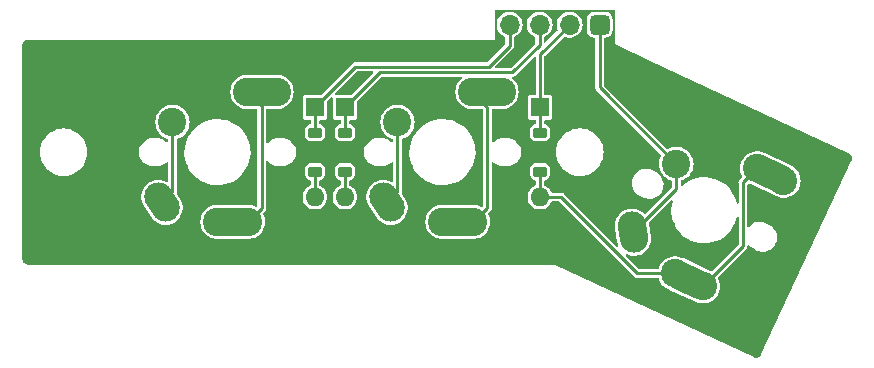
<source format=gbl>
G04 #@! TF.GenerationSoftware,KiCad,Pcbnew,7.0.5*
G04 #@! TF.CreationDate,2023-08-14T09:41:47+08:00*
G04 #@! TF.ProjectId,LT,4c542e6b-6963-4616-945f-706362585858,rev?*
G04 #@! TF.SameCoordinates,Original*
G04 #@! TF.FileFunction,Copper,L2,Bot*
G04 #@! TF.FilePolarity,Positive*
%FSLAX46Y46*%
G04 Gerber Fmt 4.6, Leading zero omitted, Abs format (unit mm)*
G04 Created by KiCad (PCBNEW 7.0.5) date 2023-08-14 09:41:47*
%MOMM*%
%LPD*%
G01*
G04 APERTURE LIST*
G04 Aperture macros list*
%AMRoundRect*
0 Rectangle with rounded corners*
0 $1 Rounding radius*
0 $2 $3 $4 $5 $6 $7 $8 $9 X,Y pos of 4 corners*
0 Add a 4 corners polygon primitive as box body*
4,1,4,$2,$3,$4,$5,$6,$7,$8,$9,$2,$3,0*
0 Add four circle primitives for the rounded corners*
1,1,$1+$1,$2,$3*
1,1,$1+$1,$4,$5*
1,1,$1+$1,$6,$7*
1,1,$1+$1,$8,$9*
0 Add four rect primitives between the rounded corners*
20,1,$1+$1,$2,$3,$4,$5,0*
20,1,$1+$1,$4,$5,$6,$7,0*
20,1,$1+$1,$6,$7,$8,$9,0*
20,1,$1+$1,$8,$9,$2,$3,0*%
%AMHorizOval*
0 Thick line with rounded ends*
0 $1 width*
0 $2 $3 position (X,Y) of the first rounded end (center of the circle)*
0 $4 $5 position (X,Y) of the second rounded end (center of the circle)*
0 Add line between two ends*
20,1,$1,$2,$3,$4,$5,0*
0 Add two circle primitives to create the rounded ends*
1,1,$1,$2,$3*
1,1,$1,$4,$5*%
%AMOutline4P*
0 Free polygon, 4 corners , with rotation*
0 The origin of the aperture is its center*
0 number of corners: always 4*
0 $1 to $8 corner X, Y*
0 $9 Rotation angle, in degrees counterclockwise*
0 create outline with 4 corners*
4,1,4,$1,$2,$3,$4,$5,$6,$7,$8,$1,$2,$9*%
G04 Aperture macros list end*
G04 #@! TA.AperFunction,ComponentPad*
%ADD10RoundRect,0.425000X-0.425000X0.425000X-0.425000X-0.425000X0.425000X-0.425000X0.425000X0.425000X0*%
G04 #@! TD*
G04 #@! TA.AperFunction,ComponentPad*
%ADD11O,1.700000X1.700000*%
G04 #@! TD*
G04 #@! TA.AperFunction,ComponentPad*
%ADD12HorizOval,2.400000X-0.083193X0.543672X0.083193X-0.543672X0*%
G04 #@! TD*
G04 #@! TA.AperFunction,ComponentPad*
%ADD13C,2.400000*%
G04 #@! TD*
G04 #@! TA.AperFunction,SMDPad,CuDef*
%ADD14Outline4P,-1.150000X-1.200000X1.150000X-1.200000X1.150000X1.200000X-1.150000X1.200000X335.000000*%
G04 #@! TD*
G04 #@! TA.AperFunction,SMDPad,CuDef*
%ADD15Outline4P,-1.200000X-1.200000X1.200000X-1.200000X1.200000X1.200000X-1.200000X1.200000X335.000000*%
G04 #@! TD*
G04 #@! TA.AperFunction,ComponentPad*
%ADD16HorizOval,2.400000X-0.305164X0.457575X0.305164X-0.457575X0*%
G04 #@! TD*
G04 #@! TA.AperFunction,SMDPad,CuDef*
%ADD17Outline4P,-1.150000X-1.200000X1.150000X-1.200000X1.150000X1.200000X-1.150000X1.200000X0.000000*%
G04 #@! TD*
G04 #@! TA.AperFunction,SMDPad,CuDef*
%ADD18Outline4P,-1.200000X-1.200000X1.200000X-1.200000X1.200000X1.200000X-1.200000X1.200000X0.000000*%
G04 #@! TD*
G04 #@! TA.AperFunction,ComponentPad*
%ADD19R,1.600000X1.600000*%
G04 #@! TD*
G04 #@! TA.AperFunction,SMDPad,CuDef*
%ADD20RoundRect,0.225000X-0.375000X0.225000X-0.375000X-0.225000X0.375000X-0.225000X0.375000X0.225000X0*%
G04 #@! TD*
G04 #@! TA.AperFunction,ComponentPad*
%ADD21O,1.600000X1.600000*%
G04 #@! TD*
G04 #@! TA.AperFunction,Conductor*
%ADD22C,0.250000*%
G04 #@! TD*
G04 APERTURE END LIST*
D10*
X226490000Y-90650000D03*
D11*
X223950000Y-90650000D03*
X221410000Y-90650000D03*
X218870000Y-90650000D03*
D12*
X229317200Y-108233400D03*
D13*
X232993392Y-102455701D03*
X232879526Y-111715114D03*
D14*
X234057726Y-112264518D03*
D13*
X239830349Y-102819179D03*
X235235927Y-112813921D03*
D15*
X240945107Y-103338999D03*
D13*
X242059866Y-103858820D03*
D16*
X189440000Y-105700000D03*
D13*
X190330000Y-98910000D03*
X194140000Y-107350000D03*
D17*
X195440000Y-107350000D03*
D13*
X196680000Y-96350000D03*
X196740000Y-107350000D03*
D18*
X197910000Y-96350000D03*
D13*
X199140000Y-96350000D03*
D16*
X208490000Y-105700000D03*
D13*
X209380000Y-98910000D03*
X213190000Y-107350000D03*
D17*
X214490000Y-107350000D03*
D13*
X215730000Y-96350000D03*
X215790000Y-107350000D03*
D18*
X216960000Y-96350000D03*
D13*
X218190000Y-96350000D03*
D19*
X221445000Y-97650000D03*
D20*
X221445000Y-99800000D03*
X221445000Y-103100000D03*
D21*
X221445000Y-105250000D03*
D19*
X202395000Y-97650000D03*
D20*
X202395000Y-99800000D03*
X202395000Y-103100000D03*
D21*
X202395000Y-105250000D03*
D19*
X204935000Y-97650000D03*
D20*
X204935000Y-99800000D03*
X204935000Y-103100000D03*
D21*
X204935000Y-105250000D03*
D22*
X218870000Y-92440000D02*
X218870000Y-90650000D01*
X202395000Y-99800000D02*
X202395000Y-97650000D01*
X202395000Y-97650000D02*
X205825000Y-94220000D01*
X205825000Y-94220000D02*
X217090000Y-94220000D01*
X217090000Y-94220000D02*
X218870000Y-92440000D01*
X196680000Y-96350000D02*
X197880000Y-97550000D01*
X197880000Y-97550000D02*
X197880000Y-106210000D01*
X202395000Y-105250000D02*
X202395000Y-103100000D01*
X197880000Y-106210000D02*
X196740000Y-107350000D01*
X219110000Y-94700000D02*
X221410000Y-92400000D01*
X204935000Y-97650000D02*
X204935000Y-99800000D01*
X221410000Y-92400000D02*
X221410000Y-90650000D01*
X204935000Y-97650000D02*
X207885000Y-94700000D01*
X207885000Y-94700000D02*
X219110000Y-94700000D01*
X204935000Y-103100000D02*
X204935000Y-105250000D01*
X216990000Y-106150000D02*
X216990000Y-97610000D01*
X215790000Y-107350000D02*
X216990000Y-106150000D01*
X216990000Y-97610000D02*
X215730000Y-96350000D01*
X221445000Y-97650000D02*
X221445000Y-93155000D01*
X221445000Y-99800000D02*
X221445000Y-97650000D01*
X221445000Y-93155000D02*
X223950000Y-90650000D01*
X223220000Y-105250000D02*
X221445000Y-105250000D01*
X239830349Y-102819179D02*
X238630349Y-104019179D01*
X229685114Y-111715114D02*
X223220000Y-105250000D01*
X238630349Y-109419499D02*
X235235927Y-112813921D01*
X238630349Y-104019179D02*
X238630349Y-109419499D01*
X221445000Y-105250000D02*
X221445000Y-103100000D01*
X232879526Y-111715114D02*
X229685114Y-111715114D01*
X209380000Y-98910000D02*
X209380000Y-104810000D01*
X226490000Y-90650000D02*
X226490000Y-95952309D01*
X232993392Y-104557208D02*
X229317200Y-108233400D01*
X226490000Y-95952309D02*
X232993392Y-102455701D01*
X232993392Y-102455701D02*
X232993392Y-104557208D01*
X209380000Y-104810000D02*
X208490000Y-105700000D01*
X190330000Y-104810000D02*
X190330000Y-98910000D01*
X189440000Y-105700000D02*
X190330000Y-104810000D01*
G04 #@! TA.AperFunction,NonConductor*
G36*
X227733066Y-89397813D02*
G01*
X227758376Y-89441650D01*
X227759500Y-89454500D01*
X227759500Y-92309142D01*
X227759476Y-92310147D01*
X227759531Y-92310297D01*
X227759644Y-92310410D01*
X227760544Y-92310805D01*
X230758746Y-93707088D01*
X230759036Y-93707259D01*
X230765528Y-93710286D01*
X230765530Y-93710288D01*
X247557636Y-101540574D01*
X247557665Y-101540600D01*
X247575726Y-101549012D01*
X247579394Y-101550978D01*
X247600339Y-101563779D01*
X247672194Y-101609555D01*
X247684104Y-101618993D01*
X247714314Y-101648462D01*
X247715758Y-101649951D01*
X247758567Y-101696669D01*
X247766172Y-101706517D01*
X247791508Y-101745747D01*
X247793246Y-101748737D01*
X247822321Y-101804588D01*
X247824272Y-101809023D01*
X247841611Y-101856665D01*
X247842967Y-101861316D01*
X247856581Y-101922726D01*
X247857172Y-101926136D01*
X247862990Y-101972566D01*
X247863494Y-101984995D01*
X247860737Y-102048116D01*
X247860589Y-102050185D01*
X247856369Y-102092373D01*
X247853311Y-102107260D01*
X247827927Y-102187763D01*
X247819835Y-102211851D01*
X247818294Y-102215708D01*
X240191847Y-118570675D01*
X240189885Y-118574334D01*
X240177192Y-118595105D01*
X240131282Y-118667169D01*
X240121846Y-118679077D01*
X240092614Y-118709049D01*
X240091124Y-118710494D01*
X240044115Y-118753570D01*
X240034269Y-118761174D01*
X239995323Y-118786328D01*
X239992332Y-118788067D01*
X239936128Y-118817325D01*
X239931693Y-118819276D01*
X239884377Y-118836497D01*
X239879726Y-118837852D01*
X239817918Y-118851556D01*
X239814506Y-118852147D01*
X239768423Y-118857920D01*
X239755996Y-118858424D01*
X239692500Y-118855651D01*
X239690427Y-118855502D01*
X239648545Y-118851309D01*
X239633664Y-118848252D01*
X239552959Y-118822804D01*
X239529021Y-118814760D01*
X239525167Y-118813220D01*
X222727287Y-110980239D01*
X222724784Y-110978490D01*
X222715100Y-110974500D01*
X222715099Y-110974500D01*
X178117075Y-110974500D01*
X178112936Y-110974267D01*
X178092976Y-110972018D01*
X178088678Y-110971534D01*
X178004049Y-110960392D01*
X177989269Y-110956873D01*
X177949609Y-110942996D01*
X177947680Y-110942260D01*
X177888919Y-110917920D01*
X177877873Y-110912214D01*
X177864482Y-110903800D01*
X177838498Y-110887472D01*
X177835658Y-110885497D01*
X177804313Y-110861446D01*
X177785496Y-110847007D01*
X177781858Y-110843816D01*
X177746182Y-110808140D01*
X177742994Y-110804505D01*
X177704501Y-110754340D01*
X177702526Y-110751500D01*
X177693739Y-110737518D01*
X177677779Y-110712117D01*
X177672082Y-110701089D01*
X177647723Y-110642281D01*
X177647015Y-110640423D01*
X177633123Y-110600722D01*
X177629607Y-110585954D01*
X177618471Y-110501372D01*
X177615731Y-110477052D01*
X177615499Y-110472936D01*
X177615499Y-101450006D01*
X179109390Y-101450006D01*
X179129803Y-101735425D01*
X179190630Y-102015042D01*
X179190635Y-102015060D01*
X179290630Y-102283156D01*
X179427772Y-102534313D01*
X179513517Y-102648854D01*
X179599261Y-102763395D01*
X179801605Y-102965739D01*
X179961590Y-103085502D01*
X180030686Y-103137227D01*
X180281843Y-103274369D01*
X180549939Y-103374364D01*
X180549945Y-103374365D01*
X180549954Y-103374369D01*
X180829572Y-103435196D01*
X181043539Y-103450499D01*
X181043544Y-103450500D01*
X181043552Y-103450500D01*
X181186456Y-103450500D01*
X181186459Y-103450499D01*
X181400428Y-103435196D01*
X181680046Y-103374369D01*
X181680057Y-103374364D01*
X181680060Y-103374364D01*
X181948156Y-103274369D01*
X181948156Y-103274368D01*
X181948161Y-103274367D01*
X182199315Y-103137226D01*
X182428395Y-102965739D01*
X182630739Y-102763395D01*
X182802226Y-102534315D01*
X182939367Y-102283161D01*
X182940126Y-102281126D01*
X183039364Y-102015060D01*
X183039364Y-102015057D01*
X183039369Y-102015046D01*
X183100196Y-101735428D01*
X183109199Y-101609555D01*
X183112654Y-101561246D01*
X187489500Y-101561246D01*
X187530382Y-101779942D01*
X187585698Y-101922726D01*
X187610753Y-101987401D01*
X187635803Y-102027858D01*
X187725499Y-102172724D01*
X187727876Y-102176562D01*
X187877764Y-102340981D01*
X187885180Y-102346581D01*
X188055306Y-102475055D01*
X188055309Y-102475057D01*
X188055310Y-102475057D01*
X188055311Y-102475058D01*
X188254472Y-102574229D01*
X188468464Y-102635115D01*
X188634497Y-102650500D01*
X188634499Y-102650500D01*
X189045501Y-102650500D01*
X189045503Y-102650500D01*
X189211536Y-102635115D01*
X189425528Y-102574229D01*
X189624689Y-102475058D01*
X189653407Y-102453371D01*
X189802235Y-102340982D01*
X189802236Y-102340981D01*
X189825813Y-102315118D01*
X189870652Y-102291629D01*
X189920099Y-102302458D01*
X189951017Y-102342537D01*
X189954500Y-102364971D01*
X189954500Y-103909669D01*
X189937187Y-103957235D01*
X189893350Y-103982545D01*
X189843500Y-103973755D01*
X189840615Y-103972000D01*
X189817540Y-103957235D01*
X189815423Y-103955880D01*
X189815419Y-103955878D01*
X189815411Y-103955874D01*
X189594382Y-103861405D01*
X189360815Y-103804603D01*
X189360807Y-103804602D01*
X189121067Y-103787018D01*
X189121060Y-103787019D01*
X188881708Y-103809133D01*
X188649239Y-103870349D01*
X188444302Y-103962565D01*
X188430030Y-103968987D01*
X188357477Y-104017374D01*
X188230038Y-104102365D01*
X188230036Y-104102367D01*
X188054734Y-104266834D01*
X188054731Y-104266837D01*
X187908891Y-104457915D01*
X187908885Y-104457924D01*
X187796484Y-104670399D01*
X187720584Y-104898494D01*
X187683264Y-105135960D01*
X187683263Y-105135964D01*
X187685538Y-105376338D01*
X187727344Y-105613052D01*
X187807542Y-105839656D01*
X187807545Y-105839664D01*
X187807546Y-105839665D01*
X187894791Y-105997300D01*
X187894807Y-105997326D01*
X188571699Y-107012286D01*
X188571700Y-107012287D01*
X188683711Y-107153423D01*
X188683713Y-107153425D01*
X188862101Y-107314553D01*
X189064577Y-107444120D01*
X189064585Y-107444123D01*
X189064588Y-107444125D01*
X189285617Y-107538594D01*
X189519184Y-107595396D01*
X189519187Y-107595396D01*
X189519194Y-107595398D01*
X189723765Y-107610401D01*
X189758932Y-107612981D01*
X189758932Y-107612980D01*
X189758934Y-107612981D01*
X189903428Y-107599630D01*
X189998291Y-107590866D01*
X189998293Y-107590865D01*
X189998298Y-107590865D01*
X190230757Y-107529652D01*
X190449971Y-107431013D01*
X190571440Y-107350003D01*
X192684529Y-107350003D01*
X192704378Y-107589556D01*
X192704378Y-107589557D01*
X192763392Y-107822597D01*
X192782209Y-107865495D01*
X192859951Y-108042728D01*
X192991429Y-108243969D01*
X193154236Y-108420825D01*
X193343933Y-108568472D01*
X193555344Y-108682882D01*
X193782703Y-108760934D01*
X194019808Y-108800500D01*
X194265326Y-108800500D01*
X196619808Y-108800500D01*
X196860192Y-108800500D01*
X197097297Y-108760934D01*
X197324656Y-108682882D01*
X197536067Y-108568472D01*
X197725764Y-108420825D01*
X197888571Y-108243969D01*
X198020049Y-108042728D01*
X198116610Y-107822591D01*
X198175620Y-107589563D01*
X198175620Y-107589559D01*
X198175621Y-107589557D01*
X198175621Y-107589556D01*
X198195471Y-107350003D01*
X198195471Y-107349996D01*
X198175621Y-107110443D01*
X198175621Y-107110442D01*
X198150765Y-107012287D01*
X198116610Y-106877409D01*
X198023196Y-106664448D01*
X198019944Y-106613934D01*
X198038636Y-106582399D01*
X198112558Y-106508477D01*
X198124400Y-106498861D01*
X198137836Y-106490084D01*
X198160594Y-106460843D01*
X198163631Y-106457405D01*
X198167519Y-106453518D01*
X198180636Y-106435145D01*
X198181552Y-106433916D01*
X198184536Y-106430082D01*
X198214809Y-106391189D01*
X198214810Y-106391183D01*
X198217729Y-106385792D01*
X198217978Y-106385926D01*
X198219571Y-106382832D01*
X198219316Y-106382708D01*
X198222009Y-106377200D01*
X198222008Y-106377200D01*
X198222010Y-106377199D01*
X198237459Y-106325302D01*
X198237900Y-106323925D01*
X198255500Y-106272660D01*
X198255500Y-106272656D01*
X198256510Y-106266609D01*
X198256786Y-106266655D01*
X198257289Y-106263207D01*
X198257009Y-106263173D01*
X198257765Y-106257096D01*
X198257768Y-106257089D01*
X198255931Y-106212656D01*
X198255532Y-106203002D01*
X198255500Y-106201473D01*
X198255500Y-105250000D01*
X201339417Y-105250000D01*
X201345260Y-105309320D01*
X201359700Y-105455935D01*
X201363786Y-105469404D01*
X201417711Y-105647174D01*
X201419769Y-105653956D01*
X201517315Y-105836450D01*
X201643539Y-105990256D01*
X201648590Y-105996410D01*
X201808550Y-106127685D01*
X201991046Y-106225232D01*
X202189066Y-106285300D01*
X202395000Y-106305583D01*
X202600934Y-106285300D01*
X202798954Y-106225232D01*
X202981450Y-106127685D01*
X203141410Y-105996410D01*
X203272685Y-105836450D01*
X203370232Y-105653954D01*
X203430300Y-105455934D01*
X203450583Y-105250000D01*
X203879417Y-105250000D01*
X203885260Y-105309320D01*
X203899700Y-105455935D01*
X203903786Y-105469404D01*
X203957711Y-105647174D01*
X203959769Y-105653956D01*
X204057315Y-105836450D01*
X204183539Y-105990256D01*
X204188590Y-105996410D01*
X204348550Y-106127685D01*
X204531046Y-106225232D01*
X204729066Y-106285300D01*
X204935000Y-106305583D01*
X205140934Y-106285300D01*
X205338954Y-106225232D01*
X205521450Y-106127685D01*
X205681410Y-105996410D01*
X205812685Y-105836450D01*
X205910232Y-105653954D01*
X205970300Y-105455934D01*
X205990583Y-105250000D01*
X205970300Y-105044066D01*
X205910232Y-104846046D01*
X205812685Y-104663550D01*
X205681410Y-104503590D01*
X205625765Y-104457924D01*
X205521450Y-104372315D01*
X205349616Y-104280466D01*
X205315828Y-104242774D01*
X205310500Y-104215204D01*
X205310500Y-103871806D01*
X205327813Y-103824240D01*
X205371650Y-103798930D01*
X205376587Y-103798230D01*
X205412114Y-103794412D01*
X205540226Y-103746628D01*
X205649687Y-103664687D01*
X205731628Y-103555226D01*
X205779412Y-103427114D01*
X205785500Y-103370485D01*
X205785499Y-102829516D01*
X205779412Y-102772886D01*
X205731628Y-102644774D01*
X205649687Y-102535313D01*
X205567744Y-102473972D01*
X205540225Y-102453371D01*
X205540226Y-102453371D01*
X205412114Y-102405588D01*
X205355486Y-102399500D01*
X204514515Y-102399500D01*
X204514514Y-102399501D01*
X204457885Y-102405588D01*
X204329774Y-102453371D01*
X204220313Y-102535313D01*
X204138371Y-102644774D01*
X204090588Y-102772884D01*
X204090588Y-102772887D01*
X204084500Y-102829513D01*
X204084500Y-103370484D01*
X204084501Y-103370485D01*
X204090588Y-103427114D01*
X204138371Y-103555225D01*
X204138372Y-103555226D01*
X204220313Y-103664687D01*
X204329774Y-103746628D01*
X204329773Y-103746628D01*
X204377557Y-103764450D01*
X204457886Y-103794412D01*
X204493410Y-103798231D01*
X204538853Y-103820529D01*
X204559332Y-103866821D01*
X204559500Y-103871807D01*
X204559500Y-104215204D01*
X204542187Y-104262770D01*
X204520384Y-104280466D01*
X204348549Y-104372315D01*
X204188590Y-104503589D01*
X204188589Y-104503590D01*
X204057315Y-104663549D01*
X203959769Y-104846043D01*
X203959768Y-104846045D01*
X203959768Y-104846046D01*
X203954573Y-104863172D01*
X203899700Y-105044064D01*
X203890785Y-105134576D01*
X203879417Y-105250000D01*
X203450583Y-105250000D01*
X203430300Y-105044066D01*
X203370232Y-104846046D01*
X203272685Y-104663550D01*
X203141410Y-104503590D01*
X203085765Y-104457924D01*
X202981450Y-104372315D01*
X202809615Y-104280466D01*
X202775827Y-104242775D01*
X202770499Y-104215204D01*
X202770499Y-103871806D01*
X202787812Y-103824240D01*
X202831649Y-103798930D01*
X202836583Y-103798231D01*
X202872114Y-103794412D01*
X203000226Y-103746628D01*
X203109687Y-103664687D01*
X203191628Y-103555226D01*
X203239412Y-103427114D01*
X203245500Y-103370485D01*
X203245499Y-102829516D01*
X203239412Y-102772886D01*
X203191628Y-102644774D01*
X203109687Y-102535313D01*
X203027744Y-102473972D01*
X203000225Y-102453371D01*
X203000226Y-102453371D01*
X202872114Y-102405588D01*
X202815486Y-102399500D01*
X201974515Y-102399500D01*
X201974514Y-102399501D01*
X201917885Y-102405588D01*
X201789774Y-102453371D01*
X201680313Y-102535313D01*
X201598371Y-102644774D01*
X201550588Y-102772884D01*
X201550588Y-102772887D01*
X201544500Y-102829513D01*
X201544500Y-103370484D01*
X201544501Y-103370485D01*
X201550588Y-103427114D01*
X201598371Y-103555225D01*
X201598372Y-103555226D01*
X201680313Y-103664687D01*
X201789774Y-103746628D01*
X201789773Y-103746628D01*
X201837557Y-103764450D01*
X201917886Y-103794412D01*
X201953410Y-103798231D01*
X201998853Y-103820529D01*
X202019332Y-103866821D01*
X202019500Y-103871807D01*
X202019500Y-104215204D01*
X202002187Y-104262770D01*
X201980384Y-104280466D01*
X201808549Y-104372315D01*
X201648590Y-104503589D01*
X201648589Y-104503590D01*
X201517315Y-104663549D01*
X201419769Y-104846043D01*
X201419768Y-104846045D01*
X201419768Y-104846046D01*
X201414573Y-104863172D01*
X201359700Y-105044064D01*
X201350785Y-105134576D01*
X201339417Y-105250000D01*
X198255500Y-105250000D01*
X198255500Y-102288185D01*
X198272813Y-102240619D01*
X198316650Y-102215309D01*
X198366500Y-102224099D01*
X198384187Y-102238332D01*
X198477763Y-102340981D01*
X198477764Y-102340982D01*
X198655306Y-102475055D01*
X198655309Y-102475057D01*
X198655310Y-102475057D01*
X198655311Y-102475058D01*
X198854472Y-102574229D01*
X199068464Y-102635115D01*
X199234497Y-102650500D01*
X199234499Y-102650500D01*
X199645501Y-102650500D01*
X199645503Y-102650500D01*
X199811536Y-102635115D01*
X200025528Y-102574229D01*
X200224689Y-102475058D01*
X200402236Y-102340981D01*
X200552124Y-102176562D01*
X200669247Y-101987401D01*
X200749618Y-101779940D01*
X200790499Y-101561246D01*
X206539500Y-101561246D01*
X206580382Y-101779942D01*
X206635698Y-101922726D01*
X206660753Y-101987401D01*
X206685803Y-102027858D01*
X206775499Y-102172724D01*
X206777876Y-102176562D01*
X206927764Y-102340981D01*
X206935180Y-102346581D01*
X207105306Y-102475055D01*
X207105309Y-102475057D01*
X207105310Y-102475057D01*
X207105311Y-102475058D01*
X207304472Y-102574229D01*
X207518464Y-102635115D01*
X207684497Y-102650500D01*
X207684499Y-102650500D01*
X208095501Y-102650500D01*
X208095503Y-102650500D01*
X208261536Y-102635115D01*
X208475528Y-102574229D01*
X208674689Y-102475058D01*
X208703407Y-102453371D01*
X208852235Y-102340982D01*
X208852236Y-102340981D01*
X208875813Y-102315118D01*
X208920652Y-102291629D01*
X208970099Y-102302458D01*
X209001017Y-102342537D01*
X209004500Y-102364971D01*
X209004500Y-103909669D01*
X208987187Y-103957235D01*
X208943350Y-103982545D01*
X208893500Y-103973755D01*
X208890615Y-103972000D01*
X208867540Y-103957235D01*
X208865423Y-103955880D01*
X208865419Y-103955878D01*
X208865411Y-103955874D01*
X208644382Y-103861405D01*
X208410815Y-103804603D01*
X208410807Y-103804602D01*
X208171067Y-103787018D01*
X208171060Y-103787019D01*
X207931708Y-103809133D01*
X207699239Y-103870349D01*
X207494302Y-103962565D01*
X207480030Y-103968987D01*
X207407477Y-104017374D01*
X207280038Y-104102365D01*
X207280036Y-104102367D01*
X207104734Y-104266834D01*
X207104731Y-104266837D01*
X206958891Y-104457915D01*
X206958885Y-104457924D01*
X206846484Y-104670399D01*
X206770584Y-104898494D01*
X206733264Y-105135960D01*
X206733263Y-105135964D01*
X206735538Y-105376338D01*
X206777344Y-105613052D01*
X206857542Y-105839656D01*
X206857545Y-105839664D01*
X206857546Y-105839665D01*
X206944791Y-105997300D01*
X206944807Y-105997326D01*
X207621699Y-107012286D01*
X207621700Y-107012287D01*
X207733711Y-107153423D01*
X207733713Y-107153425D01*
X207912101Y-107314553D01*
X208114577Y-107444120D01*
X208114585Y-107444123D01*
X208114588Y-107444125D01*
X208335617Y-107538594D01*
X208569184Y-107595396D01*
X208569187Y-107595396D01*
X208569194Y-107595398D01*
X208773765Y-107610401D01*
X208808932Y-107612981D01*
X208808932Y-107612980D01*
X208808934Y-107612981D01*
X208953428Y-107599630D01*
X209048291Y-107590866D01*
X209048293Y-107590865D01*
X209048298Y-107590865D01*
X209280757Y-107529652D01*
X209499971Y-107431013D01*
X209699959Y-107297637D01*
X209875267Y-107133164D01*
X210021112Y-106942080D01*
X210133517Y-106729596D01*
X210209415Y-106501508D01*
X210246736Y-106264039D01*
X210244462Y-106023666D01*
X210202655Y-105786946D01*
X210122455Y-105560336D01*
X210035199Y-105402683D01*
X209750738Y-104976152D01*
X209738751Y-104926975D01*
X209742312Y-104911073D01*
X209755500Y-104872660D01*
X209755500Y-104872656D01*
X209756510Y-104866610D01*
X209756786Y-104866656D01*
X209757289Y-104863206D01*
X209757009Y-104863172D01*
X209757765Y-104857095D01*
X209757768Y-104857088D01*
X209755530Y-104802984D01*
X209755500Y-104801521D01*
X209755500Y-101366882D01*
X210385804Y-101366882D01*
X210395654Y-101699099D01*
X210395656Y-101699121D01*
X210444730Y-102027856D01*
X210444731Y-102027857D01*
X210532344Y-102348494D01*
X210657266Y-102656516D01*
X210716190Y-102763397D01*
X210799138Y-102913858D01*
X210817739Y-102947597D01*
X210817742Y-102947603D01*
X211006706Y-103210958D01*
X211011519Y-103217665D01*
X211235877Y-103462914D01*
X211487666Y-103679906D01*
X211692316Y-103817748D01*
X211763351Y-103865594D01*
X211763353Y-103865595D01*
X212059067Y-104017374D01*
X212370656Y-104133113D01*
X212693747Y-104211187D01*
X213023805Y-104250500D01*
X213023809Y-104250500D01*
X213273023Y-104250500D01*
X213521807Y-104235736D01*
X213848956Y-104176939D01*
X214166854Y-104079862D01*
X214471040Y-103945868D01*
X214757243Y-103776837D01*
X215021445Y-103575142D01*
X215259937Y-103343616D01*
X215469373Y-103085506D01*
X215646810Y-102804438D01*
X215789760Y-102504357D01*
X215896215Y-102189475D01*
X215964680Y-101864212D01*
X215994195Y-101533134D01*
X215994195Y-101533120D01*
X215994195Y-101533117D01*
X215984345Y-101200900D01*
X215984345Y-101200890D01*
X215935269Y-100872142D01*
X215865507Y-100616839D01*
X215847655Y-100551505D01*
X215722733Y-100243483D01*
X215663811Y-100136605D01*
X215562258Y-99952397D01*
X215368481Y-99682335D01*
X215144123Y-99437086D01*
X214892334Y-99220094D01*
X214748407Y-99123152D01*
X214616648Y-99034405D01*
X214460253Y-98954134D01*
X214320933Y-98882626D01*
X214009344Y-98766887D01*
X213686253Y-98688813D01*
X213356195Y-98649500D01*
X213106977Y-98649500D01*
X212858201Y-98664263D01*
X212858184Y-98664265D01*
X212531049Y-98723059D01*
X212213147Y-98820137D01*
X211908954Y-98954134D01*
X211622773Y-99123152D01*
X211622752Y-99123166D01*
X211358557Y-99324855D01*
X211358547Y-99324864D01*
X211120068Y-99556378D01*
X211120063Y-99556383D01*
X211120063Y-99556384D01*
X210919168Y-99803969D01*
X210910625Y-99814497D01*
X210910623Y-99814498D01*
X210733189Y-100095562D01*
X210733188Y-100095564D01*
X210590239Y-100395644D01*
X210483787Y-100710515D01*
X210483784Y-100710525D01*
X210415321Y-101035778D01*
X210415320Y-101035787D01*
X210415320Y-101035788D01*
X210400602Y-101200890D01*
X210385804Y-101366879D01*
X210385804Y-101366882D01*
X209755500Y-101366882D01*
X209755500Y-100367516D01*
X209772812Y-100319953D01*
X209805469Y-100297529D01*
X209964656Y-100242882D01*
X210176067Y-100128472D01*
X210365764Y-99980825D01*
X210528571Y-99803969D01*
X210660049Y-99602728D01*
X210756610Y-99382591D01*
X210815620Y-99149563D01*
X210815620Y-99149559D01*
X210815621Y-99149557D01*
X210815621Y-99149556D01*
X210835471Y-98910003D01*
X210835471Y-98909996D01*
X210815621Y-98670443D01*
X210815621Y-98670442D01*
X210814057Y-98664264D01*
X210756610Y-98437409D01*
X210660049Y-98217272D01*
X210528571Y-98016031D01*
X210365764Y-97839175D01*
X210176067Y-97691528D01*
X210087715Y-97643714D01*
X209964655Y-97577117D01*
X209737295Y-97499065D01*
X209500194Y-97459500D01*
X209500192Y-97459500D01*
X209259808Y-97459500D01*
X209259805Y-97459500D01*
X209022704Y-97499065D01*
X208795344Y-97577117D01*
X208583940Y-97691524D01*
X208583928Y-97691531D01*
X208394234Y-97839176D01*
X208231427Y-98016033D01*
X208099951Y-98217271D01*
X208003392Y-98437402D01*
X207944378Y-98670442D01*
X207944378Y-98670443D01*
X207924529Y-98909996D01*
X207924529Y-98910003D01*
X207944378Y-99149556D01*
X207944378Y-99149557D01*
X207973885Y-99266076D01*
X207988769Y-99324855D01*
X208003392Y-99382597D01*
X208099951Y-99602728D01*
X208204513Y-99762772D01*
X208231429Y-99803969D01*
X208394236Y-99980825D01*
X208583933Y-100128472D01*
X208795344Y-100242882D01*
X208954528Y-100297528D01*
X208993895Y-100329347D01*
X209004500Y-100367519D01*
X209004500Y-100535028D01*
X208987187Y-100582594D01*
X208943350Y-100607904D01*
X208893500Y-100599114D01*
X208875814Y-100584882D01*
X208852237Y-100559019D01*
X208852235Y-100559017D01*
X208674693Y-100424944D01*
X208674690Y-100424942D01*
X208559369Y-100367519D01*
X208475528Y-100325771D01*
X208475524Y-100325770D01*
X208475522Y-100325769D01*
X208261537Y-100264885D01*
X208261524Y-100264883D01*
X208095509Y-100249500D01*
X208095503Y-100249500D01*
X207684497Y-100249500D01*
X207684490Y-100249500D01*
X207518475Y-100264883D01*
X207518462Y-100264885D01*
X207304477Y-100325769D01*
X207304472Y-100325771D01*
X207105309Y-100424942D01*
X207105306Y-100424944D01*
X206927767Y-100559016D01*
X206777874Y-100723440D01*
X206660756Y-100912594D01*
X206660751Y-100912604D01*
X206580382Y-101120057D01*
X206539500Y-101338753D01*
X206539500Y-101561246D01*
X200790499Y-101561246D01*
X200790500Y-101561243D01*
X200790500Y-101338757D01*
X200749618Y-101120060D01*
X200669247Y-100912599D01*
X200552124Y-100723438D01*
X200402236Y-100559019D01*
X200370467Y-100535028D01*
X200224693Y-100424944D01*
X200224690Y-100424942D01*
X200109369Y-100367519D01*
X200025528Y-100325771D01*
X200025524Y-100325770D01*
X200025522Y-100325769D01*
X199811537Y-100264885D01*
X199811524Y-100264883D01*
X199645509Y-100249500D01*
X199645503Y-100249500D01*
X199234497Y-100249500D01*
X199234490Y-100249500D01*
X199068475Y-100264883D01*
X199068462Y-100264885D01*
X198854477Y-100325769D01*
X198854472Y-100325771D01*
X198655309Y-100424942D01*
X198655306Y-100424944D01*
X198477764Y-100559017D01*
X198477763Y-100559018D01*
X198384187Y-100661668D01*
X198339347Y-100685157D01*
X198289900Y-100674328D01*
X198258982Y-100634248D01*
X198255500Y-100611815D01*
X198255500Y-98474674D01*
X201344500Y-98474674D01*
X201359034Y-98547740D01*
X201414399Y-98630601D01*
X201497260Y-98685966D01*
X201570326Y-98700500D01*
X201945500Y-98700500D01*
X201993066Y-98717813D01*
X202018376Y-98761650D01*
X202019500Y-98774500D01*
X202019499Y-99028193D01*
X202002186Y-99075760D01*
X201958349Y-99101069D01*
X201953409Y-99101769D01*
X201917885Y-99105588D01*
X201789774Y-99153371D01*
X201680313Y-99235313D01*
X201598371Y-99344774D01*
X201550588Y-99472884D01*
X201550588Y-99472887D01*
X201544500Y-99529513D01*
X201544500Y-100070484D01*
X201544501Y-100070485D01*
X201550588Y-100127114D01*
X201598371Y-100255225D01*
X201618972Y-100282745D01*
X201680313Y-100364687D01*
X201789774Y-100446628D01*
X201789773Y-100446628D01*
X201837557Y-100464450D01*
X201917886Y-100494412D01*
X201974515Y-100500500D01*
X202815484Y-100500499D01*
X202872114Y-100494412D01*
X203000226Y-100446628D01*
X203109687Y-100364687D01*
X203191628Y-100255226D01*
X203239412Y-100127114D01*
X203245500Y-100070485D01*
X203245499Y-99529516D01*
X203239412Y-99472886D01*
X203191628Y-99344774D01*
X203109687Y-99235313D01*
X203000226Y-99153372D01*
X203000225Y-99153371D01*
X203000226Y-99153371D01*
X202872114Y-99105588D01*
X202836587Y-99101768D01*
X202791145Y-99079469D01*
X202770667Y-99033177D01*
X202770499Y-99028192D01*
X202770500Y-98774500D01*
X202787813Y-98726933D01*
X202831650Y-98701624D01*
X202844500Y-98700500D01*
X203219672Y-98700500D01*
X203219674Y-98700500D01*
X203292740Y-98685966D01*
X203375601Y-98630601D01*
X203430966Y-98547740D01*
X203445500Y-98474674D01*
X203445500Y-97161187D01*
X203462813Y-97113622D01*
X203467174Y-97108862D01*
X203758174Y-96817862D01*
X203804050Y-96796470D01*
X203852945Y-96809571D01*
X203881979Y-96851035D01*
X203884500Y-96870188D01*
X203884500Y-98474674D01*
X203899034Y-98547740D01*
X203954399Y-98630601D01*
X204037260Y-98685966D01*
X204110326Y-98700500D01*
X204485500Y-98700500D01*
X204533066Y-98717813D01*
X204558376Y-98761650D01*
X204559500Y-98774500D01*
X204559500Y-99028193D01*
X204542187Y-99075759D01*
X204498350Y-99101069D01*
X204493410Y-99101769D01*
X204457885Y-99105588D01*
X204329774Y-99153371D01*
X204220313Y-99235313D01*
X204138371Y-99344774D01*
X204090588Y-99472884D01*
X204090588Y-99472887D01*
X204084500Y-99529513D01*
X204084500Y-100070484D01*
X204084501Y-100070485D01*
X204090588Y-100127114D01*
X204138371Y-100255225D01*
X204158972Y-100282745D01*
X204220313Y-100364687D01*
X204329774Y-100446628D01*
X204329773Y-100446628D01*
X204377557Y-100464450D01*
X204457886Y-100494412D01*
X204514515Y-100500500D01*
X205355484Y-100500499D01*
X205412114Y-100494412D01*
X205540226Y-100446628D01*
X205649687Y-100364687D01*
X205731628Y-100255226D01*
X205779412Y-100127114D01*
X205785500Y-100070485D01*
X205785499Y-99529516D01*
X205779412Y-99472886D01*
X205731628Y-99344774D01*
X205649687Y-99235313D01*
X205540226Y-99153372D01*
X205540225Y-99153371D01*
X205540226Y-99153371D01*
X205412114Y-99105588D01*
X205376587Y-99101768D01*
X205331145Y-99079469D01*
X205310667Y-99033177D01*
X205310500Y-99028221D01*
X205310500Y-98774500D01*
X205327813Y-98726933D01*
X205371650Y-98701624D01*
X205384500Y-98700500D01*
X205759672Y-98700500D01*
X205759674Y-98700500D01*
X205832740Y-98685966D01*
X205915601Y-98630601D01*
X205970966Y-98547740D01*
X205985500Y-98474674D01*
X205985500Y-97161188D01*
X206002813Y-97113623D01*
X206007174Y-97108863D01*
X208018864Y-95097174D01*
X208064740Y-95075782D01*
X208071190Y-95075500D01*
X214790364Y-95075500D01*
X214837930Y-95092813D01*
X214863240Y-95136650D01*
X214854450Y-95186500D01*
X214835817Y-95207894D01*
X214791318Y-95242529D01*
X214744234Y-95279176D01*
X214581427Y-95456033D01*
X214449951Y-95657271D01*
X214353392Y-95877402D01*
X214294378Y-96110442D01*
X214294378Y-96110443D01*
X214274529Y-96349996D01*
X214274529Y-96350003D01*
X214294378Y-96589556D01*
X214294378Y-96589557D01*
X214314597Y-96669398D01*
X214352192Y-96817862D01*
X214353392Y-96822597D01*
X214449950Y-97042727D01*
X214449951Y-97042728D01*
X214581429Y-97243969D01*
X214744236Y-97420825D01*
X214933933Y-97568472D01*
X215145344Y-97682882D01*
X215372703Y-97760934D01*
X215609808Y-97800500D01*
X215735326Y-97800500D01*
X216540500Y-97800500D01*
X216588066Y-97817813D01*
X216613376Y-97861650D01*
X216614500Y-97874500D01*
X216614499Y-105963810D01*
X216597186Y-106011376D01*
X216592825Y-106016136D01*
X216554597Y-106054364D01*
X216508721Y-106075756D01*
X216467051Y-106067119D01*
X216374659Y-106017119D01*
X216357796Y-106011330D01*
X216147297Y-105939066D01*
X216147294Y-105939065D01*
X216147293Y-105939065D01*
X215910194Y-105899500D01*
X215910192Y-105899500D01*
X215669808Y-105899500D01*
X215664674Y-105899500D01*
X213315326Y-105899500D01*
X213310192Y-105899500D01*
X213069808Y-105899500D01*
X213069805Y-105899500D01*
X212832704Y-105939065D01*
X212605344Y-106017117D01*
X212393940Y-106131524D01*
X212393928Y-106131531D01*
X212204234Y-106279176D01*
X212041427Y-106456033D01*
X211909951Y-106657271D01*
X211813392Y-106877402D01*
X211754378Y-107110442D01*
X211754378Y-107110443D01*
X211734529Y-107349996D01*
X211734529Y-107350003D01*
X211754378Y-107589556D01*
X211754378Y-107589557D01*
X211813392Y-107822597D01*
X211832209Y-107865495D01*
X211909951Y-108042728D01*
X212041429Y-108243969D01*
X212204236Y-108420825D01*
X212393933Y-108568472D01*
X212605344Y-108682882D01*
X212832703Y-108760934D01*
X213069808Y-108800500D01*
X213315326Y-108800500D01*
X215669808Y-108800500D01*
X215910192Y-108800500D01*
X216147297Y-108760934D01*
X216374656Y-108682882D01*
X216586067Y-108568472D01*
X216775764Y-108420825D01*
X216938571Y-108243969D01*
X217070049Y-108042728D01*
X217166610Y-107822591D01*
X217225620Y-107589563D01*
X217225620Y-107589559D01*
X217225621Y-107589557D01*
X217225621Y-107589556D01*
X217245471Y-107350003D01*
X217245471Y-107349996D01*
X217225621Y-107110443D01*
X217225621Y-107110442D01*
X217200765Y-107012287D01*
X217166610Y-106877409D01*
X217073196Y-106664448D01*
X217069944Y-106613934D01*
X217088636Y-106582399D01*
X217222558Y-106448477D01*
X217234400Y-106438861D01*
X217247836Y-106430084D01*
X217270594Y-106400843D01*
X217273631Y-106397405D01*
X217277519Y-106393518D01*
X217290636Y-106375145D01*
X217291552Y-106373916D01*
X217324809Y-106331189D01*
X217324810Y-106331183D01*
X217327729Y-106325792D01*
X217327978Y-106325926D01*
X217329571Y-106322832D01*
X217329316Y-106322708D01*
X217332009Y-106317200D01*
X217332008Y-106317200D01*
X217332010Y-106317199D01*
X217347459Y-106265302D01*
X217347900Y-106263925D01*
X217365500Y-106212660D01*
X217365500Y-106212656D01*
X217366510Y-106206609D01*
X217366786Y-106206655D01*
X217367289Y-106203207D01*
X217367009Y-106203173D01*
X217367765Y-106197096D01*
X217367768Y-106197089D01*
X217366487Y-106166131D01*
X217365532Y-106143002D01*
X217365500Y-106141473D01*
X217365500Y-105250000D01*
X220389417Y-105250000D01*
X220409700Y-105455935D01*
X220413786Y-105469404D01*
X220467711Y-105647174D01*
X220469769Y-105653956D01*
X220567315Y-105836450D01*
X220693539Y-105990256D01*
X220698590Y-105996410D01*
X220858550Y-106127685D01*
X221041046Y-106225232D01*
X221239066Y-106285300D01*
X221445000Y-106305583D01*
X221650934Y-106285300D01*
X221848954Y-106225232D01*
X222031450Y-106127685D01*
X222191410Y-105996410D01*
X222322685Y-105836450D01*
X222414532Y-105664616D01*
X222452224Y-105630828D01*
X222479795Y-105625500D01*
X223033811Y-105625500D01*
X223081377Y-105642813D01*
X223086136Y-105647173D01*
X226238996Y-108800034D01*
X229386632Y-111947670D01*
X229396255Y-111959520D01*
X229405030Y-111972950D01*
X229434266Y-111995705D01*
X229437699Y-111998737D01*
X229441595Y-112002633D01*
X229459987Y-112015764D01*
X229461202Y-112016669D01*
X229503925Y-112049923D01*
X229503927Y-112049923D01*
X229503930Y-112049926D01*
X229509320Y-112052843D01*
X229509185Y-112053092D01*
X229512277Y-112054683D01*
X229512402Y-112054429D01*
X229517912Y-112057122D01*
X229517915Y-112057124D01*
X229569824Y-112072577D01*
X229571197Y-112073017D01*
X229622454Y-112090614D01*
X229622455Y-112090614D01*
X229628505Y-112091624D01*
X229628458Y-112091900D01*
X229631907Y-112092403D01*
X229631942Y-112092123D01*
X229638019Y-112092880D01*
X229638026Y-112092882D01*
X229671025Y-112091517D01*
X229692111Y-112090646D01*
X229693639Y-112090614D01*
X231420733Y-112090614D01*
X231468299Y-112107927D01*
X231492469Y-112146448D01*
X231502917Y-112187708D01*
X231502919Y-112187713D01*
X231599475Y-112407840D01*
X231708268Y-112574358D01*
X231730955Y-112609083D01*
X231893762Y-112785939D01*
X232083459Y-112933586D01*
X232294870Y-113047996D01*
X232355547Y-113068825D01*
X232375273Y-113079137D01*
X232380102Y-113082679D01*
X234509334Y-114075556D01*
X234509335Y-114075556D01*
X234509337Y-114075557D01*
X234518852Y-114077885D01*
X234536485Y-114084683D01*
X234651271Y-114146803D01*
X234878630Y-114224855D01*
X235115735Y-114264421D01*
X235356119Y-114264421D01*
X235593224Y-114224855D01*
X235820583Y-114146803D01*
X236031994Y-114032393D01*
X236221691Y-113884746D01*
X236384498Y-113707890D01*
X236515976Y-113506649D01*
X236612537Y-113286512D01*
X236671547Y-113053484D01*
X236671547Y-113053480D01*
X236671548Y-113053478D01*
X236671548Y-113053477D01*
X236691398Y-112813924D01*
X236691398Y-112813917D01*
X236671548Y-112574364D01*
X236671548Y-112574363D01*
X236671547Y-112574358D01*
X236612537Y-112341330D01*
X236519123Y-112128369D01*
X236515871Y-112077855D01*
X236534563Y-112046320D01*
X238862907Y-109717976D01*
X238874749Y-109708360D01*
X238888185Y-109699583D01*
X238910943Y-109670342D01*
X238913980Y-109666904D01*
X238917869Y-109663016D01*
X238931002Y-109644620D01*
X238931881Y-109643441D01*
X238965158Y-109600688D01*
X238968076Y-109595296D01*
X238968326Y-109595431D01*
X238969919Y-109592337D01*
X238969663Y-109592212D01*
X238972355Y-109586702D01*
X238972359Y-109586698D01*
X238987809Y-109534802D01*
X238988276Y-109533345D01*
X238991198Y-109524834D01*
X239005849Y-109482159D01*
X239005849Y-109482156D01*
X239006859Y-109476109D01*
X239007138Y-109476155D01*
X239007641Y-109472708D01*
X239007359Y-109472673D01*
X239008116Y-109466593D01*
X239008118Y-109466587D01*
X239006472Y-109426790D01*
X239005881Y-109412488D01*
X239005849Y-109410959D01*
X239005849Y-109384022D01*
X239023162Y-109336456D01*
X239066999Y-109311146D01*
X239116849Y-109319936D01*
X239137735Y-109337924D01*
X239170615Y-109379216D01*
X239338826Y-109524834D01*
X239482801Y-109608947D01*
X239855298Y-109782646D01*
X239855307Y-109782649D01*
X239855308Y-109782650D01*
X239917239Y-109804831D01*
X240012277Y-109838872D01*
X240231951Y-109874127D01*
X240454364Y-109868418D01*
X240671940Y-109821938D01*
X240877271Y-109736269D01*
X241063364Y-109614330D01*
X241209363Y-109474208D01*
X241223880Y-109460275D01*
X241223880Y-109460274D01*
X241223882Y-109460273D01*
X241353359Y-109279344D01*
X241447386Y-109077703D01*
X241484301Y-108934047D01*
X241502760Y-108862220D01*
X241507137Y-108796725D01*
X241517597Y-108640229D01*
X241491390Y-108419293D01*
X241425033Y-108206933D01*
X241320784Y-108010383D01*
X241182195Y-107836334D01*
X241050506Y-107722333D01*
X241013983Y-107690715D01*
X241013978Y-107690712D01*
X240870012Y-107606605D01*
X240870014Y-107606605D01*
X240870009Y-107606603D01*
X240497512Y-107432904D01*
X240497505Y-107432901D01*
X240497502Y-107432900D01*
X240497494Y-107432897D01*
X240340534Y-107376679D01*
X240120862Y-107341423D01*
X240120859Y-107341423D01*
X239987411Y-107344848D01*
X239898444Y-107347132D01*
X239898443Y-107347132D01*
X239721121Y-107385013D01*
X239680870Y-107393612D01*
X239680869Y-107393612D01*
X239680866Y-107393613D01*
X239475542Y-107479279D01*
X239475540Y-107479280D01*
X239289443Y-107601221D01*
X239131089Y-107753202D01*
X239084783Y-107773648D01*
X239036168Y-107759546D01*
X239007992Y-107717494D01*
X239005849Y-107699813D01*
X239005849Y-104205367D01*
X239023162Y-104157801D01*
X239027513Y-104153051D01*
X239065751Y-104114812D01*
X239111626Y-104093421D01*
X239153295Y-104102057D01*
X239245693Y-104152061D01*
X239248551Y-104153042D01*
X239284992Y-104165552D01*
X239288618Y-104167015D01*
X241406594Y-105154644D01*
X241408567Y-105155637D01*
X241475206Y-105191700D01*
X241475210Y-105191702D01*
X241702569Y-105269754D01*
X241939674Y-105309320D01*
X242180058Y-105309320D01*
X242417163Y-105269754D01*
X242644522Y-105191702D01*
X242855933Y-105077292D01*
X243045630Y-104929645D01*
X243208437Y-104752789D01*
X243339915Y-104551548D01*
X243436476Y-104331411D01*
X243495486Y-104098383D01*
X243495486Y-104098379D01*
X243495487Y-104098377D01*
X243495487Y-104098376D01*
X243515337Y-103858823D01*
X243515337Y-103858816D01*
X243495487Y-103619263D01*
X243495487Y-103619262D01*
X243492309Y-103606711D01*
X243436476Y-103386229D01*
X243429570Y-103370486D01*
X243387916Y-103275523D01*
X243339915Y-103166092D01*
X243208437Y-102964851D01*
X243045630Y-102787995D01*
X242855933Y-102640348D01*
X242813947Y-102617626D01*
X242644530Y-102525941D01*
X242644524Y-102525939D01*
X242644523Y-102525938D01*
X242644522Y-102525938D01*
X242605226Y-102512447D01*
X242601602Y-102510985D01*
X240483612Y-101523349D01*
X240481639Y-101522356D01*
X240415006Y-101486297D01*
X240306067Y-101448898D01*
X240187646Y-101408245D01*
X240187643Y-101408244D01*
X240187642Y-101408244D01*
X239950543Y-101368679D01*
X239950541Y-101368679D01*
X239710157Y-101368679D01*
X239710154Y-101368679D01*
X239473053Y-101408244D01*
X239245693Y-101486296D01*
X239034289Y-101600703D01*
X239034277Y-101600710D01*
X238844583Y-101748355D01*
X238681776Y-101925212D01*
X238550300Y-102126450D01*
X238453741Y-102346581D01*
X238453739Y-102346586D01*
X238453739Y-102346588D01*
X238451862Y-102354002D01*
X238394727Y-102579621D01*
X238394727Y-102579622D01*
X238374878Y-102819175D01*
X238374878Y-102819182D01*
X238394727Y-103058735D01*
X238394727Y-103058736D01*
X238453741Y-103291778D01*
X238547150Y-103504728D01*
X238550403Y-103555242D01*
X238531709Y-103586779D01*
X238397789Y-103720699D01*
X238385941Y-103730321D01*
X238372512Y-103739095D01*
X238349757Y-103768329D01*
X238346726Y-103771762D01*
X238342833Y-103775656D01*
X238342827Y-103775663D01*
X238329702Y-103794046D01*
X238328789Y-103795271D01*
X238295543Y-103837985D01*
X238292622Y-103843383D01*
X238292375Y-103843249D01*
X238290779Y-103846350D01*
X238291031Y-103846474D01*
X238288337Y-103851983D01*
X238272899Y-103903837D01*
X238272433Y-103905292D01*
X238254848Y-103956518D01*
X238253840Y-103962565D01*
X238253562Y-103962518D01*
X238253060Y-103965969D01*
X238253339Y-103966004D01*
X238252580Y-103972088D01*
X238254816Y-104026176D01*
X238254848Y-104027704D01*
X238254849Y-105738414D01*
X238237536Y-105785980D01*
X238193699Y-105811290D01*
X238143849Y-105802500D01*
X238111312Y-105763724D01*
X238109466Y-105757919D01*
X238030629Y-105469403D01*
X237905707Y-105161381D01*
X237887960Y-105129190D01*
X237745232Y-104870295D01*
X237551455Y-104600233D01*
X237327097Y-104354984D01*
X237075308Y-104137992D01*
X236911567Y-104027704D01*
X236799622Y-103952303D01*
X236643227Y-103872032D01*
X236503907Y-103800524D01*
X236192318Y-103684785D01*
X235869227Y-103606711D01*
X235539169Y-103567398D01*
X235289951Y-103567398D01*
X235041175Y-103582161D01*
X235041158Y-103582163D01*
X234714023Y-103640957D01*
X234396121Y-103738035D01*
X234091928Y-103872032D01*
X233805747Y-104041050D01*
X233805726Y-104041064D01*
X233541531Y-104242753D01*
X233541521Y-104242762D01*
X233494436Y-104288472D01*
X233448248Y-104309182D01*
X233399553Y-104295357D01*
X233371137Y-104253467D01*
X233368892Y-104235376D01*
X233368892Y-103913220D01*
X233386205Y-103865654D01*
X233418863Y-103843230D01*
X233578048Y-103788583D01*
X233789459Y-103674173D01*
X233979156Y-103526526D01*
X234141963Y-103349670D01*
X234273441Y-103148429D01*
X234370002Y-102928292D01*
X234429012Y-102695264D01*
X234429012Y-102695260D01*
X234429013Y-102695258D01*
X234429013Y-102695257D01*
X234448863Y-102455704D01*
X234448863Y-102455697D01*
X234429013Y-102216144D01*
X234429013Y-102216143D01*
X234422260Y-102189475D01*
X234370002Y-101983110D01*
X234273441Y-101762973D01*
X234141963Y-101561732D01*
X233979156Y-101384876D01*
X233789459Y-101237229D01*
X233670444Y-101172821D01*
X233578047Y-101122818D01*
X233350687Y-101044766D01*
X233113586Y-101005201D01*
X233113584Y-101005201D01*
X232873200Y-101005201D01*
X232873197Y-101005201D01*
X232636098Y-101044766D01*
X232408734Y-101122819D01*
X232316338Y-101172821D01*
X232266265Y-101180233D01*
X232228793Y-101160065D01*
X226887174Y-95818445D01*
X226865782Y-95772569D01*
X226865500Y-95766119D01*
X226865500Y-91824500D01*
X226882813Y-91776934D01*
X226926650Y-91751624D01*
X226939500Y-91750500D01*
X226969592Y-91750500D01*
X226969594Y-91750500D01*
X227037657Y-91744315D01*
X227194270Y-91695512D01*
X227334653Y-91610648D01*
X227450648Y-91494653D01*
X227535512Y-91354270D01*
X227584315Y-91197657D01*
X227590500Y-91129594D01*
X227590500Y-90170406D01*
X227584315Y-90102343D01*
X227535512Y-89945730D01*
X227450648Y-89805347D01*
X227334653Y-89689352D01*
X227194270Y-89604488D01*
X227194267Y-89604486D01*
X227037661Y-89555686D01*
X227037658Y-89555685D01*
X227037657Y-89555685D01*
X227037655Y-89555684D01*
X227037651Y-89555684D01*
X226969601Y-89549500D01*
X226969594Y-89549500D01*
X226010406Y-89549500D01*
X226010398Y-89549500D01*
X225942348Y-89555684D01*
X225942338Y-89555686D01*
X225785732Y-89604486D01*
X225645346Y-89689352D01*
X225529352Y-89805346D01*
X225444486Y-89945732D01*
X225395686Y-90102338D01*
X225395684Y-90102348D01*
X225389500Y-90170398D01*
X225389500Y-91129601D01*
X225395684Y-91197651D01*
X225395686Y-91197661D01*
X225444486Y-91354267D01*
X225529352Y-91494653D01*
X225645347Y-91610648D01*
X225767888Y-91684726D01*
X225785732Y-91695513D01*
X225857803Y-91717971D01*
X225942343Y-91744315D01*
X226010406Y-91750500D01*
X226040500Y-91750500D01*
X226088066Y-91767813D01*
X226113376Y-91811650D01*
X226114500Y-91824500D01*
X226114500Y-95905690D01*
X226112925Y-95920875D01*
X226109633Y-95936573D01*
X226109633Y-95936578D01*
X226114216Y-95973341D01*
X226114500Y-95977922D01*
X226114500Y-95983427D01*
X226118215Y-96005689D01*
X226118435Y-96007201D01*
X226125134Y-96060936D01*
X226126884Y-96066813D01*
X226126615Y-96066893D01*
X226127679Y-96070213D01*
X226127945Y-96070122D01*
X226129935Y-96075919D01*
X226155696Y-96123524D01*
X226156396Y-96124883D01*
X226180175Y-96173523D01*
X226183738Y-96178513D01*
X226183510Y-96178675D01*
X226185595Y-96181471D01*
X226185817Y-96181299D01*
X226189579Y-96186132D01*
X226189581Y-96186135D01*
X226229400Y-96222791D01*
X226230504Y-96223850D01*
X231694753Y-101688099D01*
X231716145Y-101733975D01*
X231710194Y-101770150D01*
X231616784Y-101983101D01*
X231557770Y-102216143D01*
X231557770Y-102216144D01*
X231537921Y-102455697D01*
X231537921Y-102455704D01*
X231557770Y-102695257D01*
X231557770Y-102695258D01*
X231585418Y-102804437D01*
X231613127Y-102913859D01*
X231616784Y-102928298D01*
X231685742Y-103085506D01*
X231713343Y-103148429D01*
X231844821Y-103349670D01*
X232007628Y-103526526D01*
X232197325Y-103674173D01*
X232408736Y-103788583D01*
X232567920Y-103843229D01*
X232607287Y-103875048D01*
X232617892Y-103913220D01*
X232617892Y-104371017D01*
X232600579Y-104418583D01*
X232596218Y-104423343D01*
X230361769Y-106657791D01*
X230315893Y-106679183D01*
X230266998Y-106666082D01*
X230254327Y-106654843D01*
X230234141Y-106632312D01*
X230234140Y-106632310D01*
X230046459Y-106482119D01*
X230046457Y-106482118D01*
X230046456Y-106482117D01*
X229897762Y-106399033D01*
X229836609Y-106364863D01*
X229719011Y-106322708D01*
X229610324Y-106283747D01*
X229373775Y-106240983D01*
X229373774Y-106240982D01*
X229373769Y-106240982D01*
X229133417Y-106237736D01*
X228895798Y-106274097D01*
X228667401Y-106349073D01*
X228454465Y-106460617D01*
X228262797Y-106605686D01*
X228262794Y-106605688D01*
X228262794Y-106605689D01*
X228252088Y-106617008D01*
X228097610Y-106780332D01*
X227963430Y-106979776D01*
X227963428Y-106979779D01*
X227863908Y-107198579D01*
X227863905Y-107198588D01*
X227801752Y-107430800D01*
X227801751Y-107430805D01*
X227778668Y-107670074D01*
X227784867Y-107759546D01*
X227791122Y-107849831D01*
X227972630Y-109035995D01*
X227975658Y-109055779D01*
X227975661Y-109055796D01*
X228017527Y-109231028D01*
X228017528Y-109231031D01*
X228037946Y-109279344D01*
X228078895Y-109376236D01*
X228081464Y-109426790D01*
X228050938Y-109467168D01*
X228001598Y-109478477D01*
X227958406Y-109457369D01*
X226636600Y-108135563D01*
X223518479Y-105017441D01*
X223508853Y-105005586D01*
X223500086Y-104992166D01*
X223500083Y-104992163D01*
X223470853Y-104969412D01*
X223467415Y-104966377D01*
X223463518Y-104962480D01*
X223454004Y-104955687D01*
X223445123Y-104949346D01*
X223443897Y-104948432D01*
X223419759Y-104929645D01*
X223401189Y-104915191D01*
X223401186Y-104915190D01*
X223401185Y-104915189D01*
X223395795Y-104912272D01*
X223395928Y-104912024D01*
X223392829Y-104910429D01*
X223392706Y-104910682D01*
X223387201Y-104907990D01*
X223335347Y-104892552D01*
X223333892Y-104892086D01*
X223282661Y-104874499D01*
X223276615Y-104873491D01*
X223276661Y-104873214D01*
X223273206Y-104872710D01*
X223273172Y-104872991D01*
X223267089Y-104872232D01*
X223267088Y-104872232D01*
X223267086Y-104872232D01*
X223213003Y-104874468D01*
X223211475Y-104874500D01*
X222479795Y-104874500D01*
X222432229Y-104857187D01*
X222414533Y-104835384D01*
X222396819Y-104802244D01*
X222322685Y-104663550D01*
X222191410Y-104503590D01*
X222135765Y-104457924D01*
X222031450Y-104372315D01*
X221859616Y-104280466D01*
X221825828Y-104242774D01*
X221820500Y-104215204D01*
X221820500Y-104095570D01*
X229228351Y-104095570D01*
X229254557Y-104316499D01*
X229254558Y-104316504D01*
X229313017Y-104503590D01*
X229320915Y-104528863D01*
X229425164Y-104725413D01*
X229563753Y-104899462D01*
X229563755Y-104899464D01*
X229670837Y-104992163D01*
X229731964Y-105045080D01*
X229875939Y-105129193D01*
X230248436Y-105302892D01*
X230248445Y-105302895D01*
X230248446Y-105302896D01*
X230278167Y-105313541D01*
X230405415Y-105359118D01*
X230625089Y-105394373D01*
X230847502Y-105388664D01*
X231065078Y-105342184D01*
X231270409Y-105256515D01*
X231456502Y-105134576D01*
X231617020Y-104980519D01*
X231746497Y-104799590D01*
X231840524Y-104597949D01*
X231895898Y-104382465D01*
X231910735Y-104160475D01*
X231884528Y-103939539D01*
X231818171Y-103727179D01*
X231713922Y-103530629D01*
X231575333Y-103356580D01*
X231567347Y-103349667D01*
X231407121Y-103210961D01*
X231407116Y-103210958D01*
X231263150Y-103126851D01*
X231263152Y-103126851D01*
X231263147Y-103126849D01*
X230890650Y-102953150D01*
X230890643Y-102953147D01*
X230890640Y-102953146D01*
X230890632Y-102953143D01*
X230733672Y-102896925D01*
X230514000Y-102861669D01*
X230513997Y-102861669D01*
X230380549Y-102865094D01*
X230291582Y-102867378D01*
X230291581Y-102867378D01*
X230114259Y-102905259D01*
X230074008Y-102913858D01*
X230074007Y-102913858D01*
X230074004Y-102913859D01*
X229868680Y-102999525D01*
X229868678Y-102999526D01*
X229682581Y-103121467D01*
X229522067Y-103275520D01*
X229392589Y-103456451D01*
X229298561Y-103658094D01*
X229243187Y-103873575D01*
X229228351Y-104095565D01*
X229228351Y-104095570D01*
X221820500Y-104095570D01*
X221820500Y-103871806D01*
X221837813Y-103824240D01*
X221881650Y-103798930D01*
X221886587Y-103798230D01*
X221922114Y-103794412D01*
X222050226Y-103746628D01*
X222159687Y-103664687D01*
X222241628Y-103555226D01*
X222289412Y-103427114D01*
X222295500Y-103370485D01*
X222295499Y-102829516D01*
X222289412Y-102772886D01*
X222241628Y-102644774D01*
X222159687Y-102535313D01*
X222077744Y-102473972D01*
X222050225Y-102453371D01*
X222050226Y-102453371D01*
X221922114Y-102405588D01*
X221865486Y-102399500D01*
X221024515Y-102399500D01*
X221024514Y-102399501D01*
X220967885Y-102405588D01*
X220839774Y-102453371D01*
X220730313Y-102535313D01*
X220648371Y-102644774D01*
X220600588Y-102772884D01*
X220600588Y-102772887D01*
X220594500Y-102829513D01*
X220594500Y-103370484D01*
X220594501Y-103370485D01*
X220600588Y-103427114D01*
X220648371Y-103555225D01*
X220648372Y-103555226D01*
X220730313Y-103664687D01*
X220839774Y-103746628D01*
X220839773Y-103746628D01*
X220887557Y-103764450D01*
X220967886Y-103794412D01*
X221001974Y-103798076D01*
X221003409Y-103798231D01*
X221048852Y-103820529D01*
X221069331Y-103866821D01*
X221069499Y-103871807D01*
X221069499Y-104215205D01*
X221052186Y-104262771D01*
X221030383Y-104280467D01*
X220858549Y-104372315D01*
X220698590Y-104503589D01*
X220698589Y-104503590D01*
X220567315Y-104663549D01*
X220469769Y-104846043D01*
X220469768Y-104846045D01*
X220469768Y-104846046D01*
X220464573Y-104863172D01*
X220409700Y-105044064D01*
X220389417Y-105250000D01*
X217365500Y-105250000D01*
X217365500Y-102354002D01*
X217382813Y-102306436D01*
X217426650Y-102281126D01*
X217476500Y-102289916D01*
X217494187Y-102304149D01*
X217527763Y-102340981D01*
X217527764Y-102340982D01*
X217705306Y-102475055D01*
X217705309Y-102475057D01*
X217705310Y-102475057D01*
X217705311Y-102475058D01*
X217904472Y-102574229D01*
X218118464Y-102635115D01*
X218284497Y-102650500D01*
X218284499Y-102650500D01*
X218695501Y-102650500D01*
X218695503Y-102650500D01*
X218861536Y-102635115D01*
X219075528Y-102574229D01*
X219274689Y-102475058D01*
X219452236Y-102340981D01*
X219602124Y-102176562D01*
X219719247Y-101987401D01*
X219799618Y-101779940D01*
X219840500Y-101561243D01*
X219840500Y-101450006D01*
X222814390Y-101450006D01*
X222834803Y-101735425D01*
X222895630Y-102015042D01*
X222895635Y-102015060D01*
X222995630Y-102283156D01*
X223132772Y-102534313D01*
X223218517Y-102648854D01*
X223304261Y-102763395D01*
X223506605Y-102965739D01*
X223666590Y-103085502D01*
X223735686Y-103137227D01*
X223986843Y-103274369D01*
X224254939Y-103374364D01*
X224254945Y-103374365D01*
X224254954Y-103374369D01*
X224534572Y-103435196D01*
X224748539Y-103450499D01*
X224748544Y-103450500D01*
X224748552Y-103450500D01*
X224891456Y-103450500D01*
X224891459Y-103450499D01*
X225105428Y-103435196D01*
X225385046Y-103374369D01*
X225385057Y-103374364D01*
X225385060Y-103374364D01*
X225653156Y-103274369D01*
X225653156Y-103274368D01*
X225653161Y-103274367D01*
X225904315Y-103137226D01*
X226133395Y-102965739D01*
X226335739Y-102763395D01*
X226507226Y-102534315D01*
X226644367Y-102283161D01*
X226645126Y-102281126D01*
X226744364Y-102015060D01*
X226744364Y-102015057D01*
X226744369Y-102015046D01*
X226805196Y-101735428D01*
X226814199Y-101609555D01*
X226825610Y-101450006D01*
X226825610Y-101449993D01*
X226805196Y-101164574D01*
X226805196Y-101164572D01*
X226744369Y-100884954D01*
X226744365Y-100884945D01*
X226744364Y-100884939D01*
X226644369Y-100616843D01*
X226507227Y-100365686D01*
X226431768Y-100264885D01*
X226335739Y-100136605D01*
X226133395Y-99934261D01*
X225959341Y-99803966D01*
X225904313Y-99762772D01*
X225653156Y-99625630D01*
X225385060Y-99525635D01*
X225385042Y-99525630D01*
X225105425Y-99464803D01*
X224891460Y-99449500D01*
X224891448Y-99449500D01*
X224748552Y-99449500D01*
X224748539Y-99449500D01*
X224534574Y-99464803D01*
X224254957Y-99525630D01*
X224254939Y-99525635D01*
X223986843Y-99625630D01*
X223735686Y-99762772D01*
X223506602Y-99934263D01*
X223304263Y-100136602D01*
X223132772Y-100365686D01*
X222995630Y-100616843D01*
X222895635Y-100884939D01*
X222895630Y-100884957D01*
X222834803Y-101164574D01*
X222814390Y-101449993D01*
X222814390Y-101450006D01*
X219840500Y-101450006D01*
X219840500Y-101338757D01*
X219799618Y-101120060D01*
X219719247Y-100912599D01*
X219602124Y-100723438D01*
X219452236Y-100559019D01*
X219420467Y-100535028D01*
X219274693Y-100424944D01*
X219274690Y-100424942D01*
X219159369Y-100367519D01*
X219075528Y-100325771D01*
X219075524Y-100325770D01*
X219075522Y-100325769D01*
X218861537Y-100264885D01*
X218861524Y-100264883D01*
X218695509Y-100249500D01*
X218695503Y-100249500D01*
X218284497Y-100249500D01*
X218284490Y-100249500D01*
X218118475Y-100264883D01*
X218118462Y-100264885D01*
X217904477Y-100325769D01*
X217904472Y-100325771D01*
X217705309Y-100424942D01*
X217705306Y-100424944D01*
X217527764Y-100559017D01*
X217527762Y-100559019D01*
X217494186Y-100595851D01*
X217449347Y-100619339D01*
X217399900Y-100608509D01*
X217368982Y-100568430D01*
X217365500Y-100545997D01*
X217365500Y-97874500D01*
X217382813Y-97826934D01*
X217426650Y-97801624D01*
X217439500Y-97800500D01*
X218310192Y-97800500D01*
X218547297Y-97760934D01*
X218774656Y-97682882D01*
X218986067Y-97568472D01*
X219175764Y-97420825D01*
X219338571Y-97243969D01*
X219470049Y-97042728D01*
X219566610Y-96822591D01*
X219625620Y-96589563D01*
X219625620Y-96589559D01*
X219625621Y-96589557D01*
X219625621Y-96589556D01*
X219645471Y-96350003D01*
X219645471Y-96349996D01*
X219625621Y-96110443D01*
X219625621Y-96110442D01*
X219615411Y-96070122D01*
X219566610Y-95877409D01*
X219470049Y-95657272D01*
X219338571Y-95456031D01*
X219175764Y-95279175D01*
X219085326Y-95208784D01*
X219058423Y-95165906D01*
X219065376Y-95115767D01*
X219102931Y-95081827D01*
X219121629Y-95076956D01*
X219126224Y-95076383D01*
X219131042Y-95075784D01*
X219135618Y-95075500D01*
X219141111Y-95075500D01*
X219141114Y-95075500D01*
X219163387Y-95071782D01*
X219164887Y-95071564D01*
X219170604Y-95070851D01*
X219218626Y-95064866D01*
X219218629Y-95064864D01*
X219224507Y-95063115D01*
X219224587Y-95063386D01*
X219227904Y-95062323D01*
X219227812Y-95062055D01*
X219233606Y-95060065D01*
X219233610Y-95060065D01*
X219281235Y-95034290D01*
X219282535Y-95033622D01*
X219331211Y-95009826D01*
X219331213Y-95009823D01*
X219336204Y-95006261D01*
X219336369Y-95006493D01*
X219339158Y-95004414D01*
X219338983Y-95004189D01*
X219343821Y-95000422D01*
X219343821Y-95000421D01*
X219343826Y-95000419D01*
X219380535Y-94960541D01*
X219381517Y-94959518D01*
X220943174Y-93397861D01*
X220989049Y-93376470D01*
X221037944Y-93389571D01*
X221066978Y-93431035D01*
X221069499Y-93450188D01*
X221069500Y-96525500D01*
X221052187Y-96573066D01*
X221008350Y-96598376D01*
X220995500Y-96599500D01*
X220620326Y-96599500D01*
X220571615Y-96609189D01*
X220547259Y-96614034D01*
X220464399Y-96669398D01*
X220464398Y-96669399D01*
X220409034Y-96752259D01*
X220409033Y-96752260D01*
X220409034Y-96752260D01*
X220394500Y-96825326D01*
X220394500Y-98474674D01*
X220409034Y-98547740D01*
X220464399Y-98630601D01*
X220547260Y-98685966D01*
X220620326Y-98700500D01*
X220995500Y-98700500D01*
X221043066Y-98717813D01*
X221068376Y-98761650D01*
X221069500Y-98774500D01*
X221069500Y-99028193D01*
X221052187Y-99075759D01*
X221008350Y-99101069D01*
X221003410Y-99101769D01*
X220967885Y-99105588D01*
X220839774Y-99153371D01*
X220730313Y-99235313D01*
X220648371Y-99344774D01*
X220600588Y-99472884D01*
X220600588Y-99472887D01*
X220594500Y-99529513D01*
X220594500Y-100070484D01*
X220594501Y-100070485D01*
X220600588Y-100127114D01*
X220648371Y-100255225D01*
X220668972Y-100282744D01*
X220730313Y-100364687D01*
X220839774Y-100446628D01*
X220839773Y-100446628D01*
X220887557Y-100464450D01*
X220967886Y-100494412D01*
X221024515Y-100500500D01*
X221865484Y-100500499D01*
X221922114Y-100494412D01*
X222050226Y-100446628D01*
X222159687Y-100364687D01*
X222241628Y-100255226D01*
X222289412Y-100127114D01*
X222295500Y-100070485D01*
X222295499Y-99529516D01*
X222289412Y-99472886D01*
X222241628Y-99344774D01*
X222159687Y-99235313D01*
X222050226Y-99153372D01*
X222050225Y-99153371D01*
X222050226Y-99153371D01*
X221922114Y-99105588D01*
X221886588Y-99101768D01*
X221841146Y-99079469D01*
X221820668Y-99033177D01*
X221820500Y-99028192D01*
X221820500Y-98774500D01*
X221837813Y-98726934D01*
X221881650Y-98701624D01*
X221894500Y-98700500D01*
X222269672Y-98700500D01*
X222269674Y-98700500D01*
X222342740Y-98685966D01*
X222425601Y-98630601D01*
X222480966Y-98547740D01*
X222495500Y-98474674D01*
X222495500Y-96825326D01*
X222480966Y-96752260D01*
X222425601Y-96669399D01*
X222342740Y-96614034D01*
X222269674Y-96599500D01*
X222269672Y-96599500D01*
X221894500Y-96599500D01*
X221846934Y-96582187D01*
X221821624Y-96538350D01*
X221820500Y-96525500D01*
X221820500Y-93341188D01*
X221837813Y-93293622D01*
X221842163Y-93288873D01*
X223448009Y-91683026D01*
X223493884Y-91661635D01*
X223527064Y-91666349D01*
X223647544Y-91713024D01*
X223848024Y-91750500D01*
X223848026Y-91750500D01*
X224051974Y-91750500D01*
X224051976Y-91750500D01*
X224252456Y-91713024D01*
X224442637Y-91639348D01*
X224616041Y-91531981D01*
X224766764Y-91394579D01*
X224889673Y-91231821D01*
X224980582Y-91049250D01*
X225036397Y-90853083D01*
X225055215Y-90650000D01*
X225036397Y-90446917D01*
X224980582Y-90250750D01*
X224889673Y-90068179D01*
X224889670Y-90068175D01*
X224889670Y-90068174D01*
X224766765Y-89905421D01*
X224766764Y-89905420D01*
X224616041Y-89768019D01*
X224488989Y-89689352D01*
X224442637Y-89660652D01*
X224252456Y-89586976D01*
X224164407Y-89570516D01*
X224051979Y-89549500D01*
X224051976Y-89549500D01*
X223848024Y-89549500D01*
X223848020Y-89549500D01*
X223698115Y-89577522D01*
X223647544Y-89586976D01*
X223647542Y-89586976D01*
X223647540Y-89586977D01*
X223457368Y-89660650D01*
X223457363Y-89660652D01*
X223457358Y-89660654D01*
X223457358Y-89660655D01*
X223283958Y-89768019D01*
X223283957Y-89768019D01*
X223133235Y-89905420D01*
X223133234Y-89905421D01*
X223010329Y-90068174D01*
X223010328Y-90068177D01*
X222919418Y-90250750D01*
X222919416Y-90250755D01*
X222863602Y-90446917D01*
X222863601Y-90446923D01*
X222844784Y-90649996D01*
X222844784Y-90650003D01*
X222863601Y-90853076D01*
X222863602Y-90853082D01*
X222919416Y-91049244D01*
X222919416Y-91049245D01*
X222929025Y-91068543D01*
X222934728Y-91118840D01*
X222915108Y-91153853D01*
X221911825Y-92157136D01*
X221865949Y-92178528D01*
X221817054Y-92165427D01*
X221788020Y-92123963D01*
X221785500Y-92104817D01*
X221785500Y-91735416D01*
X221802813Y-91687851D01*
X221832767Y-91666414D01*
X221902637Y-91639348D01*
X222076041Y-91531981D01*
X222226764Y-91394579D01*
X222349673Y-91231821D01*
X222440582Y-91049250D01*
X222496397Y-90853083D01*
X222515215Y-90650000D01*
X222496397Y-90446917D01*
X222440582Y-90250750D01*
X222349673Y-90068179D01*
X222349670Y-90068175D01*
X222349670Y-90068174D01*
X222226765Y-89905421D01*
X222226764Y-89905420D01*
X222076041Y-89768019D01*
X221948989Y-89689352D01*
X221902637Y-89660652D01*
X221712456Y-89586976D01*
X221624407Y-89570516D01*
X221511979Y-89549500D01*
X221511976Y-89549500D01*
X221308024Y-89549500D01*
X221308020Y-89549500D01*
X221158115Y-89577522D01*
X221107544Y-89586976D01*
X221107542Y-89586976D01*
X221107540Y-89586977D01*
X220917368Y-89660650D01*
X220917363Y-89660652D01*
X220917358Y-89660654D01*
X220917358Y-89660655D01*
X220743958Y-89768019D01*
X220743957Y-89768019D01*
X220593235Y-89905420D01*
X220593234Y-89905421D01*
X220470329Y-90068174D01*
X220470328Y-90068177D01*
X220379418Y-90250750D01*
X220379416Y-90250755D01*
X220323602Y-90446917D01*
X220323601Y-90446923D01*
X220304784Y-90649996D01*
X220304784Y-90650003D01*
X220323601Y-90853076D01*
X220323602Y-90853082D01*
X220379416Y-91049244D01*
X220379417Y-91049246D01*
X220379418Y-91049250D01*
X220470327Y-91231821D01*
X220470328Y-91231822D01*
X220470329Y-91231825D01*
X220593234Y-91394578D01*
X220593235Y-91394579D01*
X220703012Y-91494653D01*
X220743959Y-91531981D01*
X220917363Y-91639348D01*
X220987231Y-91666414D01*
X221025332Y-91699740D01*
X221034500Y-91735417D01*
X221034500Y-92213810D01*
X221017187Y-92261376D01*
X221012826Y-92266136D01*
X218976136Y-94302826D01*
X218930260Y-94324218D01*
X218923810Y-94324500D01*
X217695189Y-94324500D01*
X217647623Y-94307187D01*
X217622313Y-94263350D01*
X217631103Y-94213500D01*
X217642863Y-94198174D01*
X218001404Y-93839633D01*
X219102558Y-92738477D01*
X219114400Y-92728861D01*
X219127836Y-92720084D01*
X219150594Y-92690843D01*
X219153631Y-92687405D01*
X219157519Y-92683518D01*
X219170636Y-92665145D01*
X219171552Y-92663916D01*
X219204809Y-92621189D01*
X219204810Y-92621183D01*
X219207729Y-92615792D01*
X219207979Y-92615927D01*
X219209571Y-92612835D01*
X219209316Y-92612710D01*
X219212010Y-92607199D01*
X219212010Y-92607198D01*
X219227469Y-92555271D01*
X219227897Y-92553932D01*
X219245500Y-92502660D01*
X219245500Y-92502656D01*
X219246510Y-92496610D01*
X219246786Y-92496656D01*
X219247289Y-92493206D01*
X219247009Y-92493172D01*
X219247765Y-92487095D01*
X219247768Y-92487088D01*
X219246462Y-92455511D01*
X219245532Y-92433002D01*
X219245500Y-92431474D01*
X219245500Y-91735417D01*
X219262813Y-91687851D01*
X219292767Y-91666414D01*
X219362637Y-91639348D01*
X219536041Y-91531981D01*
X219686764Y-91394579D01*
X219809673Y-91231821D01*
X219900582Y-91049250D01*
X219956397Y-90853083D01*
X219975215Y-90650000D01*
X219956397Y-90446917D01*
X219900582Y-90250750D01*
X219809673Y-90068179D01*
X219809670Y-90068175D01*
X219809670Y-90068174D01*
X219686765Y-89905421D01*
X219686764Y-89905420D01*
X219536041Y-89768019D01*
X219408989Y-89689352D01*
X219362637Y-89660652D01*
X219172456Y-89586976D01*
X219084407Y-89570516D01*
X218971979Y-89549500D01*
X218971976Y-89549500D01*
X218768024Y-89549500D01*
X218768020Y-89549500D01*
X218618115Y-89577522D01*
X218567544Y-89586976D01*
X218567542Y-89586976D01*
X218567540Y-89586977D01*
X218377368Y-89660650D01*
X218377363Y-89660652D01*
X218377358Y-89660654D01*
X218377358Y-89660655D01*
X218203958Y-89768019D01*
X218203957Y-89768019D01*
X218053235Y-89905420D01*
X218053234Y-89905421D01*
X217930329Y-90068174D01*
X217930328Y-90068177D01*
X217839418Y-90250750D01*
X217839416Y-90250755D01*
X217783602Y-90446917D01*
X217783601Y-90446923D01*
X217764784Y-90649996D01*
X217764784Y-90650003D01*
X217783601Y-90853076D01*
X217783602Y-90853082D01*
X217839416Y-91049244D01*
X217839417Y-91049246D01*
X217839418Y-91049250D01*
X217930327Y-91231821D01*
X217930328Y-91231822D01*
X217930329Y-91231825D01*
X218053234Y-91394578D01*
X218053235Y-91394579D01*
X218163012Y-91494653D01*
X218203959Y-91531981D01*
X218377363Y-91639348D01*
X218447231Y-91666414D01*
X218485332Y-91699740D01*
X218494500Y-91735417D01*
X218494500Y-92253810D01*
X218477187Y-92301376D01*
X218472826Y-92306136D01*
X216956136Y-93822826D01*
X216910260Y-93844218D01*
X216903810Y-93844500D01*
X205871618Y-93844500D01*
X205856433Y-93842925D01*
X205840732Y-93839633D01*
X205803963Y-93844216D01*
X205799385Y-93844500D01*
X205793877Y-93844500D01*
X205771623Y-93848214D01*
X205770112Y-93848434D01*
X205716376Y-93855133D01*
X205710499Y-93856883D01*
X205710419Y-93856616D01*
X205707096Y-93857681D01*
X205707187Y-93857945D01*
X205701385Y-93859936D01*
X205653797Y-93885690D01*
X205652439Y-93886390D01*
X205603788Y-93910174D01*
X205598798Y-93913737D01*
X205598637Y-93913511D01*
X205595837Y-93915599D01*
X205596008Y-93915818D01*
X205591175Y-93919578D01*
X205554503Y-93959413D01*
X205553445Y-93960516D01*
X202936136Y-96577826D01*
X202890260Y-96599218D01*
X202883810Y-96599500D01*
X201570326Y-96599500D01*
X201521615Y-96609189D01*
X201497259Y-96614034D01*
X201414399Y-96669398D01*
X201414398Y-96669399D01*
X201359034Y-96752259D01*
X201359033Y-96752260D01*
X201359034Y-96752260D01*
X201344500Y-96825326D01*
X201344500Y-98474674D01*
X198255500Y-98474674D01*
X198255500Y-97874500D01*
X198272813Y-97826934D01*
X198316650Y-97801624D01*
X198329500Y-97800500D01*
X199260192Y-97800500D01*
X199497297Y-97760934D01*
X199724656Y-97682882D01*
X199936067Y-97568472D01*
X200125764Y-97420825D01*
X200288571Y-97243969D01*
X200420049Y-97042728D01*
X200516610Y-96822591D01*
X200575620Y-96589563D01*
X200575620Y-96589559D01*
X200575621Y-96589557D01*
X200575621Y-96589556D01*
X200595471Y-96350003D01*
X200595471Y-96349996D01*
X200575621Y-96110443D01*
X200575621Y-96110442D01*
X200565411Y-96070122D01*
X200516610Y-95877409D01*
X200420049Y-95657272D01*
X200288571Y-95456031D01*
X200125764Y-95279175D01*
X199936067Y-95131528D01*
X199833061Y-95075784D01*
X199724655Y-95017117D01*
X199497295Y-94939065D01*
X199260194Y-94899500D01*
X199260192Y-94899500D01*
X199134674Y-94899500D01*
X196800192Y-94899500D01*
X196559808Y-94899500D01*
X196559805Y-94899500D01*
X196322704Y-94939065D01*
X196095344Y-95017117D01*
X195883940Y-95131524D01*
X195883928Y-95131531D01*
X195694234Y-95279176D01*
X195531427Y-95456033D01*
X195399951Y-95657271D01*
X195303392Y-95877402D01*
X195244378Y-96110442D01*
X195244378Y-96110443D01*
X195224529Y-96349996D01*
X195224529Y-96350003D01*
X195244378Y-96589556D01*
X195244378Y-96589557D01*
X195264597Y-96669398D01*
X195302192Y-96817862D01*
X195303392Y-96822597D01*
X195399951Y-97042727D01*
X195399951Y-97042728D01*
X195531429Y-97243969D01*
X195694236Y-97420825D01*
X195883933Y-97568472D01*
X196095344Y-97682882D01*
X196322703Y-97760934D01*
X196559808Y-97800500D01*
X196685326Y-97800500D01*
X197430500Y-97800500D01*
X197478066Y-97817813D01*
X197503376Y-97861650D01*
X197504500Y-97874500D01*
X197504500Y-105990256D01*
X197487187Y-106037822D01*
X197443350Y-106063132D01*
X197395280Y-106055337D01*
X197324656Y-106017117D01*
X197097295Y-105939065D01*
X196860194Y-105899500D01*
X196860192Y-105899500D01*
X196619808Y-105899500D01*
X196614674Y-105899500D01*
X194265326Y-105899500D01*
X194260192Y-105899500D01*
X194019808Y-105899500D01*
X194019805Y-105899500D01*
X193782704Y-105939065D01*
X193555344Y-106017117D01*
X193343940Y-106131524D01*
X193343928Y-106131531D01*
X193154234Y-106279176D01*
X192991427Y-106456033D01*
X192859951Y-106657271D01*
X192763392Y-106877402D01*
X192704378Y-107110442D01*
X192704378Y-107110443D01*
X192684529Y-107349996D01*
X192684529Y-107350003D01*
X190571440Y-107350003D01*
X190649959Y-107297637D01*
X190825267Y-107133164D01*
X190971112Y-106942080D01*
X191083517Y-106729596D01*
X191159415Y-106501508D01*
X191196736Y-106264039D01*
X191194462Y-106023666D01*
X191152655Y-105786946D01*
X191072455Y-105560336D01*
X190985199Y-105402683D01*
X190700738Y-104976152D01*
X190688751Y-104926975D01*
X190692312Y-104911073D01*
X190705500Y-104872660D01*
X190705500Y-104872656D01*
X190706510Y-104866610D01*
X190706786Y-104866656D01*
X190707289Y-104863206D01*
X190707009Y-104863172D01*
X190707765Y-104857095D01*
X190707768Y-104857088D01*
X190706462Y-104825511D01*
X190705532Y-104803002D01*
X190705500Y-104801474D01*
X190705500Y-101366882D01*
X191335804Y-101366882D01*
X191345654Y-101699099D01*
X191345656Y-101699121D01*
X191394730Y-102027856D01*
X191394731Y-102027857D01*
X191482344Y-102348494D01*
X191607266Y-102656516D01*
X191666190Y-102763397D01*
X191749138Y-102913858D01*
X191767739Y-102947597D01*
X191767742Y-102947603D01*
X191956706Y-103210958D01*
X191961519Y-103217665D01*
X192185877Y-103462914D01*
X192437666Y-103679906D01*
X192642316Y-103817748D01*
X192713351Y-103865594D01*
X192713353Y-103865595D01*
X193009067Y-104017374D01*
X193320656Y-104133113D01*
X193643747Y-104211187D01*
X193973805Y-104250500D01*
X193973809Y-104250500D01*
X194223023Y-104250500D01*
X194471807Y-104235736D01*
X194798956Y-104176939D01*
X195116854Y-104079862D01*
X195421040Y-103945868D01*
X195707243Y-103776837D01*
X195971445Y-103575142D01*
X196209937Y-103343616D01*
X196419373Y-103085506D01*
X196596810Y-102804438D01*
X196739760Y-102504357D01*
X196846215Y-102189475D01*
X196914680Y-101864212D01*
X196944195Y-101533134D01*
X196944195Y-101533120D01*
X196944195Y-101533117D01*
X196934345Y-101200900D01*
X196934345Y-101200890D01*
X196885269Y-100872142D01*
X196815507Y-100616839D01*
X196797655Y-100551505D01*
X196672733Y-100243483D01*
X196613811Y-100136605D01*
X196512258Y-99952397D01*
X196318481Y-99682335D01*
X196094123Y-99437086D01*
X195842334Y-99220094D01*
X195698407Y-99123152D01*
X195566648Y-99034405D01*
X195410253Y-98954134D01*
X195270933Y-98882626D01*
X194959344Y-98766887D01*
X194636253Y-98688813D01*
X194306195Y-98649500D01*
X194056977Y-98649500D01*
X193808201Y-98664263D01*
X193808184Y-98664265D01*
X193481049Y-98723059D01*
X193163147Y-98820137D01*
X192858954Y-98954134D01*
X192572773Y-99123152D01*
X192572752Y-99123166D01*
X192308557Y-99324855D01*
X192308547Y-99324864D01*
X192070068Y-99556378D01*
X192070063Y-99556383D01*
X192070063Y-99556384D01*
X191869168Y-99803969D01*
X191860625Y-99814497D01*
X191860623Y-99814498D01*
X191683189Y-100095562D01*
X191683188Y-100095564D01*
X191540239Y-100395644D01*
X191433787Y-100710515D01*
X191433784Y-100710525D01*
X191365321Y-101035778D01*
X191365320Y-101035787D01*
X191365320Y-101035788D01*
X191350602Y-101200890D01*
X191335804Y-101366879D01*
X191335804Y-101366882D01*
X190705500Y-101366882D01*
X190705500Y-100367519D01*
X190722813Y-100319953D01*
X190755471Y-100297529D01*
X190914656Y-100242882D01*
X191126067Y-100128472D01*
X191315764Y-99980825D01*
X191478571Y-99803969D01*
X191610049Y-99602728D01*
X191706610Y-99382591D01*
X191765620Y-99149563D01*
X191765620Y-99149559D01*
X191765621Y-99149557D01*
X191765621Y-99149556D01*
X191785471Y-98910003D01*
X191785471Y-98909996D01*
X191765621Y-98670443D01*
X191765621Y-98670442D01*
X191764057Y-98664264D01*
X191706610Y-98437409D01*
X191610049Y-98217272D01*
X191478571Y-98016031D01*
X191315764Y-97839175D01*
X191126067Y-97691528D01*
X191037715Y-97643714D01*
X190914655Y-97577117D01*
X190687295Y-97499065D01*
X190450194Y-97459500D01*
X190450192Y-97459500D01*
X190209808Y-97459500D01*
X190209805Y-97459500D01*
X189972704Y-97499065D01*
X189745344Y-97577117D01*
X189533940Y-97691524D01*
X189533928Y-97691531D01*
X189344234Y-97839176D01*
X189181427Y-98016033D01*
X189049951Y-98217271D01*
X188953392Y-98437402D01*
X188894378Y-98670442D01*
X188894378Y-98670443D01*
X188874529Y-98909996D01*
X188874529Y-98910003D01*
X188894378Y-99149556D01*
X188894378Y-99149557D01*
X188923884Y-99266077D01*
X188938769Y-99324855D01*
X188953392Y-99382597D01*
X189049951Y-99602728D01*
X189154513Y-99762772D01*
X189181429Y-99803969D01*
X189344236Y-99980825D01*
X189533933Y-100128472D01*
X189745344Y-100242882D01*
X189904528Y-100297528D01*
X189943895Y-100329347D01*
X189954500Y-100367519D01*
X189954500Y-100535028D01*
X189937187Y-100582594D01*
X189893350Y-100607904D01*
X189843500Y-100599114D01*
X189825814Y-100584882D01*
X189802237Y-100559019D01*
X189802235Y-100559017D01*
X189624693Y-100424944D01*
X189624690Y-100424942D01*
X189509369Y-100367519D01*
X189425528Y-100325771D01*
X189425524Y-100325770D01*
X189425522Y-100325769D01*
X189211537Y-100264885D01*
X189211524Y-100264883D01*
X189045509Y-100249500D01*
X189045503Y-100249500D01*
X188634497Y-100249500D01*
X188634490Y-100249500D01*
X188468475Y-100264883D01*
X188468462Y-100264885D01*
X188254477Y-100325769D01*
X188254472Y-100325771D01*
X188055309Y-100424942D01*
X188055306Y-100424944D01*
X187877767Y-100559016D01*
X187727874Y-100723440D01*
X187610756Y-100912594D01*
X187610751Y-100912604D01*
X187530382Y-101120057D01*
X187489500Y-101338753D01*
X187489500Y-101561246D01*
X183112654Y-101561246D01*
X183120610Y-101450006D01*
X183120610Y-101449993D01*
X183100196Y-101164574D01*
X183100196Y-101164572D01*
X183039369Y-100884954D01*
X183039365Y-100884945D01*
X183039364Y-100884939D01*
X182939369Y-100616843D01*
X182802227Y-100365686D01*
X182726768Y-100264885D01*
X182630739Y-100136605D01*
X182428395Y-99934261D01*
X182254341Y-99803966D01*
X182199313Y-99762772D01*
X181948156Y-99625630D01*
X181680060Y-99525635D01*
X181680042Y-99525630D01*
X181400425Y-99464803D01*
X181186460Y-99449500D01*
X181186448Y-99449500D01*
X181043552Y-99449500D01*
X181043539Y-99449500D01*
X180829574Y-99464803D01*
X180549957Y-99525630D01*
X180549939Y-99525635D01*
X180281843Y-99625630D01*
X180030686Y-99762772D01*
X179801602Y-99934263D01*
X179599263Y-100136602D01*
X179427772Y-100365686D01*
X179290630Y-100616843D01*
X179190635Y-100884939D01*
X179190630Y-100884957D01*
X179129803Y-101164574D01*
X179109390Y-101449993D01*
X179109390Y-101450006D01*
X177615499Y-101450006D01*
X177615499Y-92427079D01*
X177615732Y-92422935D01*
X177616422Y-92416805D01*
X177618468Y-92398647D01*
X177629607Y-92314041D01*
X177633122Y-92299281D01*
X177647023Y-92259552D01*
X177647714Y-92257741D01*
X177672087Y-92198900D01*
X177677773Y-92187891D01*
X177702530Y-92148492D01*
X177704489Y-92145674D01*
X177743006Y-92095478D01*
X177746167Y-92091874D01*
X177781874Y-92056167D01*
X177785478Y-92053006D01*
X177835674Y-92014489D01*
X177838492Y-92012530D01*
X177877891Y-91987773D01*
X177888900Y-91982087D01*
X177947741Y-91957714D01*
X177949552Y-91957023D01*
X177989281Y-91943122D01*
X178004041Y-91939607D01*
X178088620Y-91928472D01*
X178102767Y-91926878D01*
X178112938Y-91925733D01*
X178117083Y-91925500D01*
X217585183Y-91925500D01*
X217585339Y-91925531D01*
X217599999Y-91925541D01*
X217599999Y-91925540D01*
X217600000Y-91925541D01*
X217600383Y-91925383D01*
X217600500Y-91925099D01*
X217600541Y-91925000D01*
X217600540Y-91924997D01*
X217600566Y-91910656D01*
X217600500Y-91910318D01*
X217600500Y-89454500D01*
X217617813Y-89406934D01*
X217661650Y-89381624D01*
X217674500Y-89380500D01*
X227685500Y-89380500D01*
X227733066Y-89397813D01*
G37*
G04 #@! TD.AperFunction*
G04 #@! TA.AperFunction,NonConductor*
G36*
X207327377Y-94612813D02*
G01*
X207352687Y-94656650D01*
X207343897Y-94706500D01*
X207332137Y-94721826D01*
X205476136Y-96577826D01*
X205430260Y-96599218D01*
X205423810Y-96599500D01*
X204155188Y-96599500D01*
X204107622Y-96582187D01*
X204082312Y-96538350D01*
X204091102Y-96488500D01*
X204102862Y-96473174D01*
X204757592Y-95818445D01*
X205958862Y-94617174D01*
X206004739Y-94595782D01*
X206011189Y-94595500D01*
X207279811Y-94595500D01*
X207327377Y-94612813D01*
G37*
G04 #@! TD.AperFunction*
G04 #@! TA.AperFunction,NonConductor*
G36*
X232646809Y-105521306D02*
G01*
X232675843Y-105562770D01*
X232674467Y-105605621D01*
X232666760Y-105628417D01*
X232666758Y-105628423D01*
X232598295Y-105953676D01*
X232598294Y-105953685D01*
X232598294Y-105953686D01*
X232569859Y-106272656D01*
X232568778Y-106284777D01*
X232568778Y-106284780D01*
X232578628Y-106616997D01*
X232578630Y-106617019D01*
X232627704Y-106945754D01*
X232627705Y-106945756D01*
X232645884Y-107012285D01*
X232715318Y-107266392D01*
X232840240Y-107574414D01*
X232919120Y-107717494D01*
X233000716Y-107865501D01*
X233194493Y-108135563D01*
X233418851Y-108380812D01*
X233670640Y-108597804D01*
X233875290Y-108735646D01*
X233946325Y-108783492D01*
X233946327Y-108783493D01*
X234242041Y-108935272D01*
X234553630Y-109051011D01*
X234876721Y-109129085D01*
X235206779Y-109168398D01*
X235206783Y-109168398D01*
X235455997Y-109168398D01*
X235704781Y-109153634D01*
X236031930Y-109094837D01*
X236349828Y-108997760D01*
X236654014Y-108863766D01*
X236940217Y-108694735D01*
X237204419Y-108493040D01*
X237442911Y-108261514D01*
X237652347Y-108003404D01*
X237829784Y-107722336D01*
X237972734Y-107422255D01*
X238079189Y-107107373D01*
X238108436Y-106968425D01*
X238135175Y-106925445D01*
X238183285Y-106909708D01*
X238230256Y-106928577D01*
X238254108Y-106973224D01*
X238254849Y-106983668D01*
X238254849Y-109233308D01*
X238237536Y-109280874D01*
X238233175Y-109285634D01*
X236000523Y-111518285D01*
X235954647Y-111539677D01*
X235912977Y-111531040D01*
X235820582Y-111481038D01*
X235784587Y-111468681D01*
X235759901Y-111460206D01*
X235740174Y-111449894D01*
X235735354Y-111446359D01*
X235506439Y-111339614D01*
X233606118Y-110453480D01*
X233606116Y-110453479D01*
X233606115Y-110453479D01*
X233596596Y-110451149D01*
X233578971Y-110444352D01*
X233464185Y-110382233D01*
X233447322Y-110376444D01*
X233236823Y-110304180D01*
X233236820Y-110304179D01*
X233236819Y-110304179D01*
X232999720Y-110264614D01*
X232999718Y-110264614D01*
X232759334Y-110264614D01*
X232759331Y-110264614D01*
X232522230Y-110304179D01*
X232294870Y-110382231D01*
X232083466Y-110496638D01*
X232083454Y-110496645D01*
X231893760Y-110644290D01*
X231730953Y-110821147D01*
X231599475Y-111022387D01*
X231502919Y-111242514D01*
X231502917Y-111242519D01*
X231492469Y-111283780D01*
X231464009Y-111325641D01*
X231420733Y-111339614D01*
X229871303Y-111339614D01*
X229823737Y-111322301D01*
X229818977Y-111317940D01*
X228727456Y-110226419D01*
X228706064Y-110180543D01*
X228719165Y-110131648D01*
X228760629Y-110102614D01*
X228804752Y-110104433D01*
X229024076Y-110183053D01*
X229260625Y-110225817D01*
X229394159Y-110227620D01*
X229500983Y-110229063D01*
X229500983Y-110229062D01*
X229500987Y-110229063D01*
X229738605Y-110192703D01*
X229966997Y-110117728D01*
X230179934Y-110006183D01*
X230371607Y-109861112D01*
X230536788Y-109686470D01*
X230670970Y-109487023D01*
X230770496Y-109268210D01*
X230832648Y-109036000D01*
X230855731Y-108796727D01*
X230843278Y-108616970D01*
X230665984Y-107458346D01*
X230675903Y-107408710D01*
X230686803Y-107394832D01*
X232552039Y-105529596D01*
X232597914Y-105508205D01*
X232646809Y-105521306D01*
G37*
G04 #@! TD.AperFunction*
M02*

</source>
